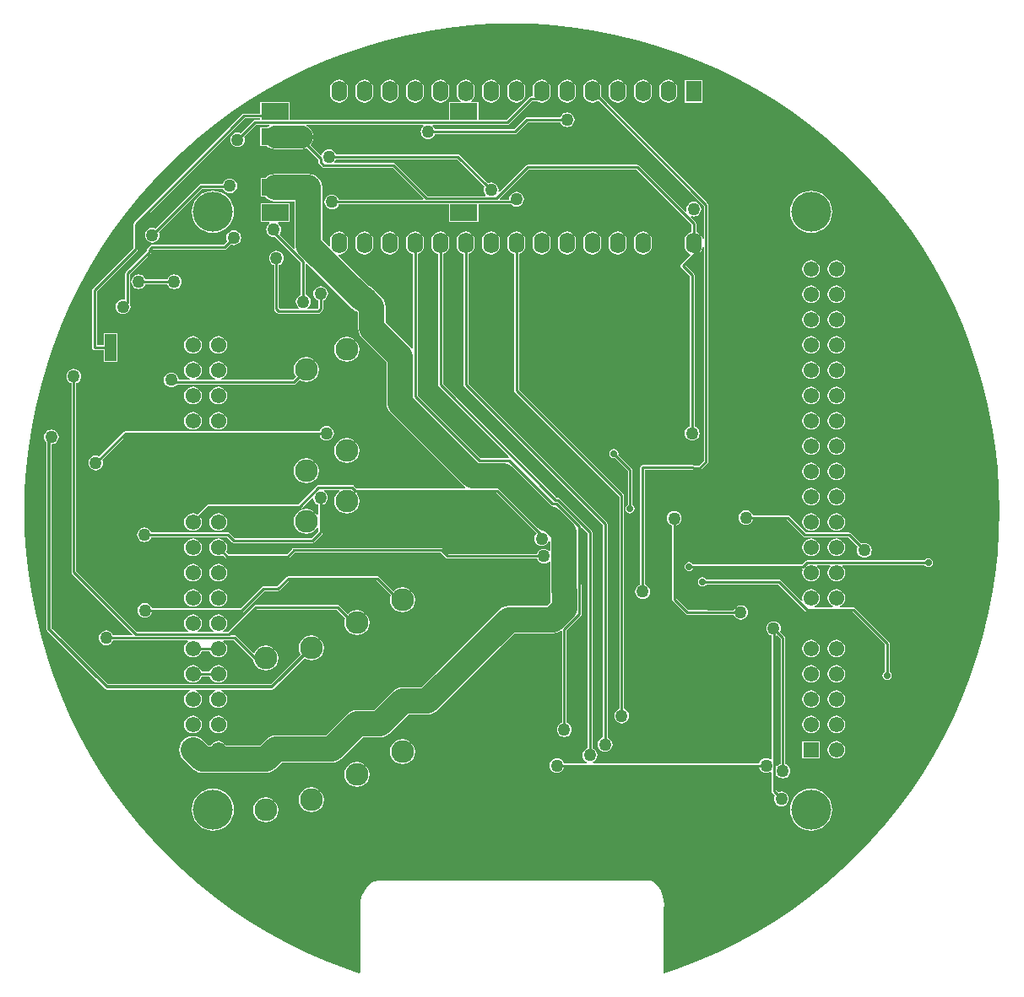
<source format=gbl>
G04 Layer_Physical_Order=2*
G04 Layer_Color=11436288*
%FSLAX24Y24*%
%MOIN*%
G70*
G01*
G75*
%ADD13R,0.0472X0.1063*%
%ADD19C,0.0100*%
%ADD21C,0.0118*%
%ADD23C,0.0886*%
%ADD29C,0.1575*%
%ADD30C,0.0610*%
%ADD31R,0.0610X0.0610*%
%ADD32C,0.0900*%
%ADD33R,0.0900X0.0900*%
%ADD34O,0.0630X0.0827*%
%ADD35R,0.0630X0.0827*%
%ADD36C,0.0500*%
%ADD37C,0.0276*%
%ADD38R,0.1098X0.0650*%
%ADD39C,0.1000*%
G36*
X24462Y42855D02*
X25300Y42800D01*
X26135Y42709D01*
X26965Y42581D01*
X27789Y42417D01*
X28605Y42218D01*
X29411Y41983D01*
X30206Y41713D01*
X30989Y41408D01*
X31758Y41070D01*
X32511Y40698D01*
X33248Y40294D01*
X33966Y39859D01*
X34664Y39392D01*
X35342Y38895D01*
X35997Y38370D01*
X36628Y37816D01*
X37235Y37235D01*
X37816Y36628D01*
X38370Y35997D01*
X38895Y35342D01*
X39392Y34664D01*
X39859Y33966D01*
X40294Y33248D01*
X40698Y32511D01*
X41070Y31758D01*
X41408Y30989D01*
X41713Y30206D01*
X41983Y29411D01*
X42218Y28605D01*
X42417Y27789D01*
X42581Y26965D01*
X42709Y26135D01*
X42800Y25300D01*
X42855Y24462D01*
X42873Y23629D01*
X42872Y23622D01*
X42873Y23615D01*
X42855Y22782D01*
X42800Y21944D01*
X42709Y21109D01*
X42581Y20279D01*
X42417Y19455D01*
X42218Y18639D01*
X41983Y17833D01*
X41713Y17038D01*
X41408Y16255D01*
X41070Y15486D01*
X40698Y14733D01*
X40294Y13996D01*
X39859Y13278D01*
X39392Y12580D01*
X38895Y11902D01*
X38370Y11247D01*
X37816Y10616D01*
X37235Y10009D01*
X36628Y9428D01*
X35997Y8874D01*
X35342Y8349D01*
X34664Y7852D01*
X33966Y7385D01*
X33248Y6950D01*
X32511Y6546D01*
X31758Y6174D01*
X30989Y5836D01*
X30206Y5531D01*
X29649Y5342D01*
X29608Y5371D01*
Y7970D01*
X29624Y7994D01*
X29632Y8032D01*
X29634D01*
X29618Y8228D01*
X29573Y8418D01*
X29497Y8600D01*
X29395Y8767D01*
X29268Y8916D01*
X29267Y8915D01*
X29198Y8968D01*
X29119Y9001D01*
X29033Y9012D01*
Y9011D01*
X28995Y9004D01*
X28975Y8991D01*
X18309D01*
X18309Y8993D01*
Y8993D01*
X18193Y8978D01*
X18086Y8933D01*
X17993Y8862D01*
X17993Y8862D01*
X17866Y8713D01*
X17763Y8545D01*
X17688Y8364D01*
X17642Y8173D01*
X17627Y7978D01*
X17629D01*
Y5374D01*
X17588Y5345D01*
X17038Y5531D01*
X16255Y5836D01*
X15486Y6174D01*
X14733Y6546D01*
X13996Y6950D01*
X13278Y7385D01*
X12580Y7852D01*
X11902Y8349D01*
X11247Y8874D01*
X10616Y9428D01*
X10009Y10009D01*
X9428Y10616D01*
X8874Y11247D01*
X8349Y11902D01*
X7852Y12580D01*
X7385Y13278D01*
X6950Y13996D01*
X6546Y14733D01*
X6174Y15486D01*
X5836Y16255D01*
X5531Y17038D01*
X5262Y17833D01*
X5026Y18639D01*
X4827Y19455D01*
X4663Y20279D01*
X4535Y21109D01*
X4444Y21944D01*
X4389Y22782D01*
X4370Y23622D01*
X4389Y24462D01*
X4444Y25300D01*
X4535Y26135D01*
X4663Y26965D01*
X4827Y27789D01*
X5026Y28605D01*
X5262Y29411D01*
X5531Y30206D01*
X5836Y30989D01*
X6174Y31758D01*
X6546Y32511D01*
X6950Y33248D01*
X7385Y33966D01*
X7852Y34664D01*
X8349Y35342D01*
X8874Y35997D01*
X9428Y36628D01*
X10009Y37235D01*
X10616Y37816D01*
X11247Y38370D01*
X11902Y38895D01*
X12580Y39392D01*
X13278Y39859D01*
X13996Y40294D01*
X14733Y40698D01*
X15486Y41070D01*
X16255Y41408D01*
X17038Y41713D01*
X17833Y41983D01*
X18639Y42218D01*
X19455Y42417D01*
X20279Y42581D01*
X21109Y42709D01*
X21944Y42800D01*
X22782Y42855D01*
X23622Y42874D01*
X24462Y42855D01*
D02*
G37*
%LPC*%
G36*
X11024Y22521D02*
X10934Y22509D01*
X10850Y22474D01*
X10778Y22419D01*
X10723Y22347D01*
X10688Y22263D01*
X10676Y22173D01*
X10688Y22083D01*
X10723Y21999D01*
X10778Y21928D01*
X10850Y21872D01*
X10934Y21838D01*
X11024Y21826D01*
X11114Y21838D01*
X11197Y21872D01*
X11269Y21928D01*
X11325Y21999D01*
X11359Y22083D01*
X11371Y22173D01*
X11359Y22263D01*
X11325Y22347D01*
X11269Y22419D01*
X11197Y22474D01*
X11114Y22509D01*
X11024Y22521D01*
D02*
G37*
G36*
X32864Y23638D02*
X32789Y23628D01*
X32718Y23599D01*
X32658Y23553D01*
X32611Y23492D01*
X32582Y23422D01*
X32572Y23346D01*
X32582Y23271D01*
X32611Y23201D01*
X32658Y23140D01*
X32718Y23094D01*
X32789Y23065D01*
X32864Y23055D01*
X32940Y23065D01*
X33010Y23094D01*
X33071Y23140D01*
X33117Y23201D01*
X33140Y23255D01*
X34470D01*
X35123Y22603D01*
X35123D01*
Y22603D01*
X35137Y22593D01*
X35152Y22583D01*
X35152D01*
X35152Y22583D01*
X35178Y22578D01*
X35187Y22576D01*
X36891D01*
X37280Y22187D01*
X37257Y22133D01*
X37248Y22057D01*
X37257Y21982D01*
X37287Y21911D01*
X37333Y21851D01*
X37393Y21804D01*
X37464Y21775D01*
X37539Y21765D01*
X37615Y21775D01*
X37685Y21804D01*
X37746Y21851D01*
X37792Y21911D01*
X37821Y21982D01*
X37831Y22057D01*
X37821Y22133D01*
X37792Y22203D01*
X37746Y22263D01*
X37685Y22310D01*
X37615Y22339D01*
X37539Y22349D01*
X37464Y22339D01*
X37409Y22316D01*
X36994Y22732D01*
X36964Y22752D01*
X36929Y22758D01*
X35225D01*
X34572Y23411D01*
X34572D01*
Y23411D01*
X34558Y23421D01*
X34543Y23431D01*
X34543D01*
X34543Y23431D01*
X34517Y23436D01*
X34508Y23438D01*
X33140D01*
X33117Y23492D01*
X33071Y23553D01*
X33010Y23599D01*
X32940Y23628D01*
X32864Y23638D01*
D02*
G37*
G36*
X40062Y21748D02*
X39993Y21735D01*
X39934Y21695D01*
X39910Y21659D01*
X35270D01*
X35235Y21652D01*
X35225Y21645D01*
X35205Y21632D01*
X35082Y21508D01*
X30772D01*
X30748Y21545D01*
X30689Y21584D01*
X30620Y21598D01*
X30551Y21584D01*
X30492Y21545D01*
X30453Y21486D01*
X30439Y21417D01*
X30453Y21348D01*
X30492Y21290D01*
X30551Y21250D01*
X30620Y21237D01*
X30689Y21250D01*
X30748Y21290D01*
X30772Y21326D01*
X35069D01*
X35103Y21276D01*
X35097Y21263D01*
X35086Y21173D01*
X35097Y21083D01*
X35132Y20999D01*
X35187Y20928D01*
X35259Y20872D01*
X35343Y20838D01*
X35433Y20826D01*
X35523Y20838D01*
X35607Y20872D01*
X35679Y20928D01*
X35734Y20999D01*
X35769Y21083D01*
X35781Y21173D01*
X35769Y21263D01*
X35734Y21347D01*
X35679Y21419D01*
X35669Y21427D01*
X35686Y21477D01*
X36180D01*
X36197Y21427D01*
X36187Y21419D01*
X36132Y21347D01*
X36097Y21263D01*
X36086Y21173D01*
X36097Y21083D01*
X36132Y20999D01*
X36187Y20928D01*
X36259Y20872D01*
X36343Y20838D01*
X36433Y20826D01*
X36523Y20838D01*
X36607Y20872D01*
X36679Y20928D01*
X36734Y20999D01*
X36769Y21083D01*
X36781Y21173D01*
X36769Y21263D01*
X36734Y21347D01*
X36679Y21419D01*
X36669Y21427D01*
X36686Y21477D01*
X39910D01*
X39934Y21440D01*
X39993Y21401D01*
X40062Y21387D01*
X40131Y21401D01*
X40190Y21440D01*
X40229Y21499D01*
X40242Y21568D01*
X40229Y21637D01*
X40190Y21695D01*
X40131Y21735D01*
X40062Y21748D01*
D02*
G37*
G36*
X12024Y23521D02*
X11934Y23509D01*
X11850Y23474D01*
X11778Y23419D01*
X11723Y23347D01*
X11688Y23263D01*
X11676Y23173D01*
X11688Y23083D01*
X11723Y22999D01*
X11778Y22928D01*
X11850Y22872D01*
X11934Y22838D01*
X12024Y22826D01*
X12114Y22838D01*
X12197Y22872D01*
X12269Y22928D01*
X12325Y22999D01*
X12359Y23083D01*
X12371Y23173D01*
X12359Y23263D01*
X12325Y23347D01*
X12269Y23419D01*
X12197Y23474D01*
X12114Y23509D01*
X12024Y23521D01*
D02*
G37*
G36*
X36433Y22521D02*
X36343Y22509D01*
X36259Y22474D01*
X36187Y22419D01*
X36132Y22347D01*
X36097Y22263D01*
X36086Y22173D01*
X36097Y22083D01*
X36132Y21999D01*
X36187Y21928D01*
X36259Y21872D01*
X36343Y21838D01*
X36433Y21826D01*
X36523Y21838D01*
X36607Y21872D01*
X36679Y21928D01*
X36734Y21999D01*
X36769Y22083D01*
X36781Y22173D01*
X36769Y22263D01*
X36734Y22347D01*
X36679Y22419D01*
X36607Y22474D01*
X36523Y22509D01*
X36433Y22521D01*
D02*
G37*
G36*
X35433D02*
X35343Y22509D01*
X35259Y22474D01*
X35187Y22419D01*
X35132Y22347D01*
X35097Y22263D01*
X35086Y22173D01*
X35097Y22083D01*
X35132Y21999D01*
X35187Y21928D01*
X35259Y21872D01*
X35343Y21838D01*
X35433Y21826D01*
X35523Y21838D01*
X35607Y21872D01*
X35679Y21928D01*
X35734Y21999D01*
X35769Y22083D01*
X35781Y22173D01*
X35769Y22263D01*
X35734Y22347D01*
X35679Y22419D01*
X35607Y22474D01*
X35523Y22509D01*
X35433Y22521D01*
D02*
G37*
G36*
X11024Y20521D02*
X10934Y20509D01*
X10850Y20474D01*
X10778Y20419D01*
X10723Y20347D01*
X10688Y20263D01*
X10676Y20173D01*
X10688Y20083D01*
X10723Y19999D01*
X10778Y19928D01*
X10850Y19872D01*
X10934Y19838D01*
X11024Y19826D01*
X11114Y19838D01*
X11197Y19872D01*
X11269Y19928D01*
X11325Y19999D01*
X11359Y20083D01*
X11371Y20173D01*
X11359Y20263D01*
X11325Y20347D01*
X11269Y20419D01*
X11197Y20474D01*
X11114Y20509D01*
X11024Y20521D01*
D02*
G37*
G36*
X18297Y21036D02*
X14793D01*
X14758Y21029D01*
X14729Y21009D01*
X14352Y20632D01*
X13809D01*
X13774Y20626D01*
X13745Y20606D01*
X12910Y19771D01*
X9405D01*
X9383Y19826D01*
X9336Y19886D01*
X9276Y19933D01*
X9206Y19962D01*
X9130Y19972D01*
X9054Y19962D01*
X8984Y19933D01*
X8924Y19886D01*
X8877Y19826D01*
X8848Y19756D01*
X8838Y19680D01*
X8848Y19604D01*
X8877Y19534D01*
X8924Y19474D01*
X8984Y19427D01*
X9054Y19398D01*
X9130Y19388D01*
X9206Y19398D01*
X9276Y19427D01*
X9336Y19474D01*
X9383Y19534D01*
X9405Y19589D01*
X12948D01*
X12983Y19596D01*
X13012Y19616D01*
X13847Y20450D01*
X14390D01*
X14425Y20457D01*
X14454Y20477D01*
X14831Y20854D01*
X18260D01*
X18841Y20272D01*
X18823Y20228D01*
X18806Y20100D01*
X18823Y19972D01*
X18873Y19853D01*
X18951Y19751D01*
X19053Y19673D01*
X19172Y19623D01*
X19300Y19606D01*
X19428Y19623D01*
X19547Y19673D01*
X19649Y19751D01*
X19727Y19853D01*
X19777Y19972D01*
X19794Y20100D01*
X19777Y20228D01*
X19727Y20347D01*
X19649Y20449D01*
X19547Y20527D01*
X19428Y20577D01*
X19300Y20594D01*
X19172Y20577D01*
X19053Y20527D01*
X18951Y20449D01*
X18924Y20447D01*
X18362Y21009D01*
X18332Y21029D01*
X18297Y21036D01*
D02*
G37*
G36*
X30030Y23609D02*
X29954Y23599D01*
X29884Y23570D01*
X29823Y23523D01*
X29777Y23463D01*
X29748Y23392D01*
X29738Y23317D01*
X29748Y23241D01*
X29777Y23171D01*
X29823Y23111D01*
X29884Y23064D01*
X29938Y23041D01*
Y20118D01*
Y20118D01*
Y20118D01*
X29942Y20101D01*
X29945Y20083D01*
X29945Y20083D01*
Y20083D01*
X29965Y20054D01*
X30477Y19542D01*
X30506Y19522D01*
X30530Y19517D01*
X30541Y19515D01*
X32382D01*
X32405Y19460D01*
X32451Y19400D01*
X32512Y19354D01*
X32582Y19324D01*
X32657Y19314D01*
X32733Y19324D01*
X32803Y19354D01*
X32864Y19400D01*
X32910Y19460D01*
X32939Y19531D01*
X32949Y19606D01*
X32939Y19682D01*
X32910Y19752D01*
X32864Y19813D01*
X32803Y19859D01*
X32733Y19888D01*
X32657Y19898D01*
X32582Y19888D01*
X32512Y19859D01*
X32451Y19813D01*
X32405Y19752D01*
X32382Y19697D01*
X30579D01*
X30121Y20156D01*
Y23041D01*
X30175Y23064D01*
X30236Y23111D01*
X30282Y23171D01*
X30311Y23241D01*
X30321Y23317D01*
X30311Y23392D01*
X30282Y23463D01*
X30236Y23523D01*
X30175Y23570D01*
X30105Y23599D01*
X30030Y23609D01*
D02*
G37*
G36*
X12024Y21521D02*
X11934Y21509D01*
X11850Y21474D01*
X11778Y21419D01*
X11723Y21347D01*
X11688Y21263D01*
X11676Y21173D01*
X11688Y21083D01*
X11723Y20999D01*
X11778Y20928D01*
X11850Y20872D01*
X11934Y20838D01*
X12024Y20826D01*
X12114Y20838D01*
X12197Y20872D01*
X12269Y20928D01*
X12325Y20999D01*
X12359Y21083D01*
X12371Y21173D01*
X12359Y21263D01*
X12325Y21347D01*
X12269Y21419D01*
X12197Y21474D01*
X12114Y21509D01*
X12024Y21521D01*
D02*
G37*
G36*
X11024D02*
X10934Y21509D01*
X10850Y21474D01*
X10778Y21419D01*
X10723Y21347D01*
X10688Y21263D01*
X10676Y21173D01*
X10688Y21083D01*
X10723Y20999D01*
X10778Y20928D01*
X10850Y20872D01*
X10934Y20838D01*
X11024Y20826D01*
X11114Y20838D01*
X11197Y20872D01*
X11269Y20928D01*
X11325Y20999D01*
X11359Y21083D01*
X11371Y21173D01*
X11359Y21263D01*
X11325Y21347D01*
X11269Y21419D01*
X11197Y21474D01*
X11114Y21509D01*
X11024Y21521D01*
D02*
G37*
G36*
X12024Y20521D02*
X11934Y20509D01*
X11850Y20474D01*
X11778Y20419D01*
X11723Y20347D01*
X11688Y20263D01*
X11676Y20173D01*
X11688Y20083D01*
X11723Y19999D01*
X11778Y19928D01*
X11850Y19872D01*
X11934Y19838D01*
X12024Y19826D01*
X12114Y19838D01*
X12197Y19872D01*
X12269Y19928D01*
X12325Y19999D01*
X12359Y20083D01*
X12371Y20173D01*
X12359Y20263D01*
X12325Y20347D01*
X12269Y20419D01*
X12197Y20474D01*
X12114Y20509D01*
X12024Y20521D01*
D02*
G37*
G36*
X17100Y26494D02*
X16972Y26477D01*
X16853Y26427D01*
X16751Y26349D01*
X16673Y26247D01*
X16623Y26128D01*
X16606Y26000D01*
X16623Y25872D01*
X16673Y25753D01*
X16751Y25651D01*
X16853Y25573D01*
X16972Y25523D01*
X17100Y25506D01*
X17228Y25523D01*
X17347Y25573D01*
X17449Y25651D01*
X17527Y25753D01*
X17577Y25872D01*
X17594Y26000D01*
X17577Y26128D01*
X17527Y26247D01*
X17449Y26349D01*
X17347Y26427D01*
X17228Y26477D01*
X17100Y26494D01*
D02*
G37*
G36*
X36433Y25521D02*
X36343Y25509D01*
X36259Y25474D01*
X36187Y25419D01*
X36132Y25347D01*
X36097Y25263D01*
X36086Y25173D01*
X36097Y25083D01*
X36132Y24999D01*
X36187Y24928D01*
X36259Y24872D01*
X36343Y24838D01*
X36433Y24826D01*
X36523Y24838D01*
X36607Y24872D01*
X36679Y24928D01*
X36734Y24999D01*
X36769Y25083D01*
X36781Y25173D01*
X36769Y25263D01*
X36734Y25347D01*
X36679Y25419D01*
X36607Y25474D01*
X36523Y25509D01*
X36433Y25521D01*
D02*
G37*
G36*
X35433D02*
X35343Y25509D01*
X35259Y25474D01*
X35187Y25419D01*
X35132Y25347D01*
X35097Y25263D01*
X35086Y25173D01*
X35097Y25083D01*
X35132Y24999D01*
X35187Y24928D01*
X35259Y24872D01*
X35343Y24838D01*
X35433Y24826D01*
X35523Y24838D01*
X35607Y24872D01*
X35679Y24928D01*
X35734Y24999D01*
X35769Y25083D01*
X35781Y25173D01*
X35769Y25263D01*
X35734Y25347D01*
X35679Y25419D01*
X35607Y25474D01*
X35523Y25509D01*
X35433Y25521D01*
D02*
G37*
G36*
X16300Y26972D02*
X16224Y26962D01*
X16154Y26933D01*
X16094Y26886D01*
X16047Y26826D01*
X16025Y26771D01*
X8360D01*
X8325Y26764D01*
X8296Y26744D01*
X7320Y25769D01*
X7266Y25792D01*
X7190Y25802D01*
X7114Y25792D01*
X7044Y25763D01*
X6984Y25716D01*
X6937Y25656D01*
X6908Y25586D01*
X6898Y25510D01*
X6908Y25434D01*
X6937Y25364D01*
X6984Y25304D01*
X7044Y25257D01*
X7114Y25228D01*
X7190Y25218D01*
X7266Y25228D01*
X7336Y25257D01*
X7396Y25304D01*
X7443Y25364D01*
X7472Y25434D01*
X7482Y25510D01*
X7472Y25586D01*
X7449Y25640D01*
X8398Y26589D01*
X16025D01*
X16047Y26534D01*
X16094Y26474D01*
X16154Y26427D01*
X16224Y26398D01*
X16300Y26388D01*
X16376Y26398D01*
X16446Y26427D01*
X16506Y26474D01*
X16553Y26534D01*
X16582Y26604D01*
X16592Y26680D01*
X16582Y26756D01*
X16553Y26826D01*
X16506Y26886D01*
X16446Y26933D01*
X16376Y26962D01*
X16300Y26972D01*
D02*
G37*
G36*
X36433Y26521D02*
X36343Y26509D01*
X36259Y26474D01*
X36187Y26419D01*
X36132Y26347D01*
X36097Y26263D01*
X36086Y26173D01*
X36097Y26083D01*
X36132Y25999D01*
X36187Y25928D01*
X36259Y25872D01*
X36343Y25838D01*
X36433Y25826D01*
X36523Y25838D01*
X36607Y25872D01*
X36679Y25928D01*
X36734Y25999D01*
X36769Y26083D01*
X36781Y26173D01*
X36769Y26263D01*
X36734Y26347D01*
X36679Y26419D01*
X36607Y26474D01*
X36523Y26509D01*
X36433Y26521D01*
D02*
G37*
G36*
X35433D02*
X35343Y26509D01*
X35259Y26474D01*
X35187Y26419D01*
X35132Y26347D01*
X35097Y26263D01*
X35086Y26173D01*
X35097Y26083D01*
X35132Y25999D01*
X35187Y25928D01*
X35259Y25872D01*
X35343Y25838D01*
X35433Y25826D01*
X35523Y25838D01*
X35607Y25872D01*
X35679Y25928D01*
X35734Y25999D01*
X35769Y26083D01*
X35781Y26173D01*
X35769Y26263D01*
X35734Y26347D01*
X35679Y26419D01*
X35607Y26474D01*
X35523Y26509D01*
X35433Y26521D01*
D02*
G37*
G36*
X27648Y26066D02*
X27579Y26053D01*
X27520Y26014D01*
X27481Y25955D01*
X27467Y25886D01*
X27481Y25817D01*
X27520Y25758D01*
X27579Y25719D01*
X27648Y25705D01*
X27691Y25714D01*
X28196Y25208D01*
Y23853D01*
X28160Y23829D01*
X28121Y23770D01*
X28107Y23701D01*
X28121Y23632D01*
X28160Y23573D01*
X28218Y23534D01*
X28287Y23520D01*
X28357Y23534D01*
X28415Y23573D01*
X28454Y23632D01*
X28468Y23701D01*
X28454Y23770D01*
X28415Y23829D01*
X28379Y23853D01*
Y25246D01*
X28372Y25281D01*
X28352Y25310D01*
X27820Y25843D01*
X27828Y25886D01*
X27815Y25955D01*
X27775Y26014D01*
X27717Y26053D01*
X27648Y26066D01*
D02*
G37*
G36*
X36433Y23521D02*
X36343Y23509D01*
X36259Y23474D01*
X36187Y23419D01*
X36132Y23347D01*
X36097Y23263D01*
X36086Y23173D01*
X36097Y23083D01*
X36132Y22999D01*
X36187Y22928D01*
X36259Y22872D01*
X36343Y22838D01*
X36433Y22826D01*
X36523Y22838D01*
X36607Y22872D01*
X36679Y22928D01*
X36734Y22999D01*
X36769Y23083D01*
X36781Y23173D01*
X36769Y23263D01*
X36734Y23347D01*
X36679Y23419D01*
X36607Y23474D01*
X36523Y23509D01*
X36433Y23521D01*
D02*
G37*
G36*
X35433D02*
X35343Y23509D01*
X35259Y23474D01*
X35187Y23419D01*
X35132Y23347D01*
X35097Y23263D01*
X35086Y23173D01*
X35097Y23083D01*
X35132Y22999D01*
X35187Y22928D01*
X35259Y22872D01*
X35343Y22838D01*
X35433Y22826D01*
X35523Y22838D01*
X35607Y22872D01*
X35679Y22928D01*
X35734Y22999D01*
X35769Y23083D01*
X35781Y23173D01*
X35769Y23263D01*
X35734Y23347D01*
X35679Y23419D01*
X35607Y23474D01*
X35523Y23509D01*
X35433Y23521D01*
D02*
G37*
G36*
X15500Y25694D02*
X15372Y25677D01*
X15253Y25627D01*
X15151Y25549D01*
X15073Y25447D01*
X15023Y25328D01*
X15006Y25200D01*
X15023Y25072D01*
X15073Y24953D01*
X15151Y24851D01*
X15253Y24773D01*
X15372Y24723D01*
X15500Y24706D01*
X15628Y24723D01*
X15747Y24773D01*
X15849Y24851D01*
X15927Y24953D01*
X15977Y25072D01*
X15994Y25200D01*
X15977Y25328D01*
X15927Y25447D01*
X15849Y25549D01*
X15747Y25627D01*
X15628Y25677D01*
X15500Y25694D01*
D02*
G37*
G36*
X36433Y24521D02*
X36343Y24509D01*
X36259Y24474D01*
X36187Y24419D01*
X36132Y24347D01*
X36097Y24263D01*
X36086Y24173D01*
X36097Y24083D01*
X36132Y23999D01*
X36187Y23928D01*
X36259Y23872D01*
X36343Y23838D01*
X36433Y23826D01*
X36523Y23838D01*
X36607Y23872D01*
X36679Y23928D01*
X36734Y23999D01*
X36769Y24083D01*
X36781Y24173D01*
X36769Y24263D01*
X36734Y24347D01*
X36679Y24419D01*
X36607Y24474D01*
X36523Y24509D01*
X36433Y24521D01*
D02*
G37*
G36*
X35433D02*
X35343Y24509D01*
X35259Y24474D01*
X35187Y24419D01*
X35132Y24347D01*
X35097Y24263D01*
X35086Y24173D01*
X35097Y24083D01*
X35132Y23999D01*
X35187Y23928D01*
X35259Y23872D01*
X35343Y23838D01*
X35433Y23826D01*
X35523Y23838D01*
X35607Y23872D01*
X35679Y23928D01*
X35734Y23999D01*
X35769Y24083D01*
X35781Y24173D01*
X35769Y24263D01*
X35734Y24347D01*
X35679Y24419D01*
X35607Y24474D01*
X35523Y24509D01*
X35433Y24521D01*
D02*
G37*
G36*
X21800Y34656D02*
X21707Y34644D01*
X21621Y34608D01*
X21547Y34551D01*
X21490Y34477D01*
X21455Y34391D01*
X21443Y34298D01*
Y34102D01*
X21455Y34009D01*
X21490Y33923D01*
X21547Y33849D01*
X21621Y33792D01*
X21707Y33756D01*
X21709Y33756D01*
Y28613D01*
X21716Y28579D01*
X21736Y28549D01*
X27212Y23073D01*
Y14655D01*
X27157Y14633D01*
X27097Y14586D01*
X27050Y14526D01*
X27021Y14455D01*
X27011Y14380D01*
X27021Y14304D01*
X27050Y14234D01*
X27097Y14174D01*
X27157Y14127D01*
X27228Y14098D01*
X27303Y14088D01*
X27379Y14098D01*
X27449Y14127D01*
X27510Y14174D01*
X27556Y14234D01*
X27585Y14304D01*
X27595Y14380D01*
X27585Y14455D01*
X27556Y14526D01*
X27510Y14586D01*
X27449Y14633D01*
X27394Y14655D01*
Y23110D01*
X27387Y23145D01*
X27381Y23155D01*
X27368Y23175D01*
X21891Y28651D01*
Y33756D01*
X21892Y33756D01*
X21979Y33792D01*
X22053Y33849D01*
X22110Y33923D01*
X22145Y34009D01*
X22157Y34102D01*
Y34298D01*
X22145Y34391D01*
X22110Y34477D01*
X22053Y34551D01*
X21979Y34608D01*
X21892Y34644D01*
X21800Y34656D01*
D02*
G37*
G36*
X35778Y14518D02*
X35089D01*
Y13829D01*
X35778D01*
Y14518D01*
D02*
G37*
G36*
X36433Y14521D02*
X36343Y14509D01*
X36259Y14474D01*
X36187Y14419D01*
X36132Y14347D01*
X36097Y14263D01*
X36086Y14173D01*
X36097Y14083D01*
X36132Y13999D01*
X36187Y13928D01*
X36259Y13872D01*
X36343Y13838D01*
X36433Y13826D01*
X36523Y13838D01*
X36607Y13872D01*
X36679Y13928D01*
X36734Y13999D01*
X36769Y14083D01*
X36781Y14173D01*
X36769Y14263D01*
X36734Y14347D01*
X36679Y14419D01*
X36607Y14474D01*
X36523Y14509D01*
X36433Y14521D01*
D02*
G37*
G36*
X35433Y15521D02*
X35343Y15509D01*
X35259Y15474D01*
X35187Y15419D01*
X35132Y15347D01*
X35097Y15263D01*
X35086Y15173D01*
X35097Y15083D01*
X35132Y14999D01*
X35187Y14928D01*
X35259Y14872D01*
X35343Y14838D01*
X35433Y14826D01*
X35523Y14838D01*
X35607Y14872D01*
X35679Y14928D01*
X35734Y14999D01*
X35769Y15083D01*
X35781Y15173D01*
X35769Y15263D01*
X35734Y15347D01*
X35679Y15419D01*
X35607Y15474D01*
X35523Y15509D01*
X35433Y15521D01*
D02*
G37*
G36*
X12024D02*
X11934Y15509D01*
X11850Y15474D01*
X11778Y15419D01*
X11723Y15347D01*
X11688Y15263D01*
X11676Y15173D01*
X11688Y15083D01*
X11723Y14999D01*
X11778Y14928D01*
X11850Y14872D01*
X11934Y14838D01*
X12024Y14826D01*
X12114Y14838D01*
X12197Y14872D01*
X12269Y14928D01*
X12325Y14999D01*
X12359Y15083D01*
X12371Y15173D01*
X12359Y15263D01*
X12325Y15347D01*
X12269Y15419D01*
X12197Y15474D01*
X12114Y15509D01*
X12024Y15521D01*
D02*
G37*
G36*
X11024D02*
X10934Y15509D01*
X10850Y15474D01*
X10778Y15419D01*
X10723Y15347D01*
X10688Y15263D01*
X10676Y15173D01*
X10688Y15083D01*
X10723Y14999D01*
X10778Y14928D01*
X10850Y14872D01*
X10934Y14838D01*
X11024Y14826D01*
X11114Y14838D01*
X11197Y14872D01*
X11269Y14928D01*
X11325Y14999D01*
X11359Y15083D01*
X11371Y15173D01*
X11359Y15263D01*
X11325Y15347D01*
X11269Y15419D01*
X11197Y15474D01*
X11114Y15509D01*
X11024Y15521D01*
D02*
G37*
G36*
X13900Y12294D02*
X13772Y12277D01*
X13653Y12227D01*
X13551Y12149D01*
X13473Y12047D01*
X13423Y11928D01*
X13406Y11800D01*
X13423Y11672D01*
X13473Y11553D01*
X13551Y11451D01*
X13653Y11373D01*
X13772Y11323D01*
X13900Y11306D01*
X14028Y11323D01*
X14147Y11373D01*
X14249Y11451D01*
X14327Y11553D01*
X14377Y11672D01*
X14394Y11800D01*
X14377Y11928D01*
X14327Y12047D01*
X14249Y12149D01*
X14147Y12227D01*
X14028Y12277D01*
X13900Y12294D01*
D02*
G37*
G36*
X35433Y12642D02*
X35271Y12626D01*
X35115Y12579D01*
X34972Y12502D01*
X34846Y12398D01*
X34742Y12273D01*
X34666Y12129D01*
X34618Y11973D01*
X34602Y11811D01*
X34618Y11649D01*
X34666Y11493D01*
X34742Y11349D01*
X34846Y11224D01*
X34972Y11120D01*
X35115Y11043D01*
X35271Y10996D01*
X35433Y10980D01*
X35595Y10996D01*
X35751Y11043D01*
X35895Y11120D01*
X36021Y11224D01*
X36124Y11349D01*
X36201Y11493D01*
X36248Y11649D01*
X36264Y11811D01*
X36248Y11973D01*
X36201Y12129D01*
X36124Y12273D01*
X36021Y12398D01*
X35895Y12502D01*
X35751Y12579D01*
X35595Y12626D01*
X35433Y12642D01*
D02*
G37*
G36*
X11811D02*
X11649Y12626D01*
X11493Y12579D01*
X11349Y12502D01*
X11224Y12398D01*
X11120Y12273D01*
X11043Y12129D01*
X10996Y11973D01*
X10980Y11811D01*
X10996Y11649D01*
X11043Y11493D01*
X11120Y11349D01*
X11224Y11224D01*
X11349Y11120D01*
X11493Y11043D01*
X11649Y10996D01*
X11811Y10980D01*
X11973Y10996D01*
X12129Y11043D01*
X12273Y11120D01*
X12398Y11224D01*
X12502Y11349D01*
X12579Y11493D01*
X12626Y11649D01*
X12642Y11811D01*
X12626Y11973D01*
X12579Y12129D01*
X12502Y12273D01*
X12398Y12398D01*
X12273Y12502D01*
X12129Y12579D01*
X11973Y12626D01*
X11811Y12642D01*
D02*
G37*
G36*
X19300Y14594D02*
X19172Y14577D01*
X19053Y14527D01*
X18951Y14449D01*
X18873Y14347D01*
X18823Y14228D01*
X18806Y14100D01*
X18823Y13972D01*
X18873Y13853D01*
X18951Y13751D01*
X19053Y13673D01*
X19172Y13623D01*
X19300Y13606D01*
X19428Y13623D01*
X19547Y13673D01*
X19649Y13751D01*
X19727Y13853D01*
X19777Y13972D01*
X19794Y14100D01*
X19777Y14228D01*
X19727Y14347D01*
X19649Y14449D01*
X19547Y14527D01*
X19428Y14577D01*
X19300Y14594D01*
D02*
G37*
G36*
X17500Y13694D02*
X17372Y13677D01*
X17253Y13627D01*
X17151Y13549D01*
X17073Y13447D01*
X17023Y13328D01*
X17006Y13200D01*
X17023Y13072D01*
X17073Y12953D01*
X17151Y12851D01*
X17253Y12773D01*
X17372Y12723D01*
X17500Y12706D01*
X17628Y12723D01*
X17747Y12773D01*
X17849Y12851D01*
X17927Y12953D01*
X17977Y13072D01*
X17994Y13200D01*
X17977Y13328D01*
X17927Y13447D01*
X17849Y13549D01*
X17747Y13627D01*
X17628Y13677D01*
X17500Y13694D01*
D02*
G37*
G36*
X15700Y12694D02*
X15572Y12677D01*
X15453Y12627D01*
X15351Y12549D01*
X15273Y12447D01*
X15223Y12328D01*
X15206Y12200D01*
X15223Y12072D01*
X15273Y11953D01*
X15351Y11851D01*
X15453Y11773D01*
X15572Y11723D01*
X15700Y11706D01*
X15828Y11723D01*
X15947Y11773D01*
X16049Y11851D01*
X16127Y11953D01*
X16177Y12072D01*
X16194Y12200D01*
X16177Y12328D01*
X16127Y12447D01*
X16049Y12549D01*
X15947Y12627D01*
X15828Y12677D01*
X15700Y12694D01*
D02*
G37*
G36*
X5433Y26827D02*
X5358Y26817D01*
X5287Y26788D01*
X5227Y26742D01*
X5180Y26681D01*
X5151Y26611D01*
X5141Y26535D01*
X5151Y26460D01*
X5180Y26390D01*
X5227Y26329D01*
X5254Y26308D01*
Y18937D01*
X5262Y18899D01*
X5283Y18866D01*
X7567Y16583D01*
X7599Y16561D01*
X7638Y16553D01*
X10910D01*
X10920Y16503D01*
X10850Y16474D01*
X10778Y16419D01*
X10723Y16347D01*
X10688Y16263D01*
X10676Y16173D01*
X10688Y16083D01*
X10723Y15999D01*
X10778Y15928D01*
X10850Y15872D01*
X10934Y15838D01*
X11024Y15826D01*
X11114Y15838D01*
X11197Y15872D01*
X11269Y15928D01*
X11325Y15999D01*
X11359Y16083D01*
X11371Y16173D01*
X11359Y16263D01*
X11325Y16347D01*
X11269Y16419D01*
X11197Y16474D01*
X11127Y16503D01*
X11137Y16553D01*
X11910D01*
X11920Y16503D01*
X11850Y16474D01*
X11778Y16419D01*
X11723Y16347D01*
X11688Y16263D01*
X11676Y16173D01*
X11688Y16083D01*
X11723Y15999D01*
X11778Y15928D01*
X11850Y15872D01*
X11934Y15838D01*
X12024Y15826D01*
X12114Y15838D01*
X12197Y15872D01*
X12269Y15928D01*
X12325Y15999D01*
X12359Y16083D01*
X12371Y16173D01*
X12359Y16263D01*
X12325Y16347D01*
X12269Y16419D01*
X12197Y16474D01*
X12127Y16503D01*
X12137Y16553D01*
X14154D01*
X14192Y16561D01*
X14224Y16583D01*
X15431Y17789D01*
X15453Y17773D01*
X15572Y17723D01*
X15700Y17706D01*
X15828Y17723D01*
X15947Y17773D01*
X16049Y17851D01*
X16127Y17953D01*
X16177Y18072D01*
X16194Y18200D01*
X16177Y18328D01*
X16127Y18447D01*
X16049Y18549D01*
X15947Y18627D01*
X15828Y18677D01*
X15700Y18694D01*
X15572Y18677D01*
X15453Y18627D01*
X15351Y18549D01*
X15273Y18447D01*
X15223Y18328D01*
X15206Y18200D01*
X15223Y18072D01*
X15273Y17953D01*
X15289Y17931D01*
X14112Y16754D01*
X7679D01*
X5455Y18979D01*
Y26246D01*
X5509Y26254D01*
X5579Y26283D01*
X5639Y26329D01*
X5686Y26390D01*
X5715Y26460D01*
X5725Y26535D01*
X5715Y26611D01*
X5686Y26681D01*
X5639Y26742D01*
X5579Y26788D01*
X5509Y26817D01*
X5433Y26827D01*
D02*
G37*
G36*
X12024Y17521D02*
X11934Y17509D01*
X11850Y17474D01*
X11778Y17419D01*
X11723Y17347D01*
X11688Y17264D01*
X11359D01*
X11325Y17347D01*
X11269Y17419D01*
X11197Y17474D01*
X11114Y17509D01*
X11024Y17521D01*
X10934Y17509D01*
X10850Y17474D01*
X10778Y17419D01*
X10723Y17347D01*
X10688Y17263D01*
X10676Y17173D01*
X10688Y17083D01*
X10723Y16999D01*
X10778Y16928D01*
X10850Y16872D01*
X10934Y16838D01*
X11024Y16826D01*
X11114Y16838D01*
X11197Y16872D01*
X11269Y16928D01*
X11325Y16999D01*
X11359Y17082D01*
X11688D01*
X11723Y16999D01*
X11778Y16928D01*
X11850Y16872D01*
X11934Y16838D01*
X12024Y16826D01*
X12114Y16838D01*
X12197Y16872D01*
X12269Y16928D01*
X12325Y16999D01*
X12359Y17083D01*
X12371Y17173D01*
X12359Y17263D01*
X12325Y17347D01*
X12269Y17419D01*
X12197Y17474D01*
X12114Y17509D01*
X12024Y17521D01*
D02*
G37*
G36*
X31142Y20988D02*
X31073Y20974D01*
X31014Y20935D01*
X30975Y20876D01*
X30961Y20807D01*
X30975Y20738D01*
X31014Y20679D01*
X31073Y20640D01*
X31142Y20626D01*
X31211Y20640D01*
X31269Y20679D01*
X31294Y20716D01*
X34135D01*
X35201Y19650D01*
X35231Y19630D01*
X35266Y19623D01*
X37069D01*
X38344Y18348D01*
Y17258D01*
X38307Y17234D01*
X38268Y17175D01*
X38254Y17106D01*
X38268Y17037D01*
X38307Y16979D01*
X38366Y16939D01*
X38435Y16926D01*
X38504Y16939D01*
X38563Y16979D01*
X38602Y17037D01*
X38616Y17106D01*
X38602Y17175D01*
X38563Y17234D01*
X38526Y17258D01*
Y18386D01*
X38519Y18421D01*
X38499Y18450D01*
X37171Y19779D01*
X37141Y19799D01*
X37106Y19806D01*
X36577D01*
X36567Y19856D01*
X36607Y19872D01*
X36679Y19928D01*
X36734Y19999D01*
X36769Y20083D01*
X36781Y20173D01*
X36769Y20263D01*
X36734Y20347D01*
X36679Y20419D01*
X36607Y20474D01*
X36523Y20509D01*
X36433Y20521D01*
X36343Y20509D01*
X36259Y20474D01*
X36187Y20419D01*
X36132Y20347D01*
X36097Y20263D01*
X36086Y20173D01*
X36097Y20083D01*
X36132Y19999D01*
X36187Y19928D01*
X36259Y19872D01*
X36299Y19856D01*
X36290Y19806D01*
X35577D01*
X35567Y19856D01*
X35607Y19872D01*
X35679Y19928D01*
X35734Y19999D01*
X35769Y20083D01*
X35781Y20173D01*
X35769Y20263D01*
X35734Y20347D01*
X35679Y20419D01*
X35607Y20474D01*
X35523Y20509D01*
X35433Y20521D01*
X35343Y20509D01*
X35259Y20474D01*
X35187Y20419D01*
X35132Y20347D01*
X35097Y20263D01*
X35086Y20173D01*
X35097Y20083D01*
X35098Y20082D01*
X35056Y20053D01*
X34238Y20872D01*
X34208Y20891D01*
X34173Y20898D01*
X31294D01*
X31269Y20935D01*
X31211Y20974D01*
X31142Y20988D01*
D02*
G37*
G36*
X6320Y29221D02*
X6244Y29211D01*
X6174Y29182D01*
X6114Y29136D01*
X6067Y29075D01*
X6038Y29005D01*
X6028Y28929D01*
X6038Y28854D01*
X6067Y28783D01*
X6114Y28723D01*
X6174Y28676D01*
X6229Y28654D01*
Y21190D01*
X6236Y21155D01*
X6256Y21126D01*
X8644Y18737D01*
X8625Y18691D01*
X7875D01*
X7853Y18746D01*
X7806Y18806D01*
X7746Y18853D01*
X7676Y18882D01*
X7600Y18892D01*
X7524Y18882D01*
X7454Y18853D01*
X7394Y18806D01*
X7347Y18746D01*
X7318Y18676D01*
X7308Y18600D01*
X7318Y18524D01*
X7347Y18454D01*
X7394Y18394D01*
X7454Y18347D01*
X7524Y18318D01*
X7600Y18308D01*
X7676Y18318D01*
X7746Y18347D01*
X7806Y18394D01*
X7853Y18454D01*
X7875Y18509D01*
X10813D01*
X10830Y18459D01*
X10778Y18419D01*
X10723Y18347D01*
X10688Y18263D01*
X10676Y18173D01*
X10688Y18083D01*
X10723Y17999D01*
X10778Y17928D01*
X10850Y17872D01*
X10934Y17838D01*
X11024Y17826D01*
X11114Y17838D01*
X11197Y17872D01*
X11269Y17928D01*
X11325Y17999D01*
X11359Y18082D01*
X11688D01*
X11723Y17999D01*
X11778Y17928D01*
X11850Y17872D01*
X11934Y17838D01*
X12024Y17826D01*
X12114Y17838D01*
X12197Y17872D01*
X12269Y17928D01*
X12325Y17999D01*
X12359Y18083D01*
X12371Y18173D01*
X12359Y18263D01*
X12325Y18347D01*
X12269Y18419D01*
X12217Y18459D01*
X12234Y18509D01*
X12652D01*
X13413Y17747D01*
X13423Y17672D01*
X13473Y17553D01*
X13551Y17451D01*
X13653Y17373D01*
X13772Y17323D01*
X13900Y17306D01*
X14028Y17323D01*
X14147Y17373D01*
X14249Y17451D01*
X14327Y17553D01*
X14377Y17672D01*
X14394Y17800D01*
X14377Y17928D01*
X14327Y18047D01*
X14249Y18149D01*
X14147Y18227D01*
X14028Y18277D01*
X13900Y18294D01*
X13772Y18277D01*
X13653Y18227D01*
X13551Y18149D01*
X13473Y18047D01*
X13460Y18017D01*
X13411Y18007D01*
X12754Y18664D01*
X12724Y18684D01*
X12689Y18691D01*
X12576D01*
X12557Y18737D01*
X13532Y19712D01*
X16695D01*
X17040Y19367D01*
X17023Y19328D01*
X17006Y19200D01*
X17023Y19072D01*
X17073Y18953D01*
X17151Y18851D01*
X17253Y18773D01*
X17372Y18723D01*
X17500Y18706D01*
X17628Y18723D01*
X17747Y18773D01*
X17849Y18851D01*
X17927Y18953D01*
X17977Y19072D01*
X17994Y19200D01*
X17977Y19328D01*
X17927Y19447D01*
X17849Y19549D01*
X17747Y19627D01*
X17628Y19677D01*
X17500Y19694D01*
X17372Y19677D01*
X17253Y19627D01*
X17151Y19549D01*
X17117Y19547D01*
X16797Y19868D01*
X16767Y19887D01*
X16732Y19894D01*
X13494D01*
X13459Y19887D01*
X13430Y19868D01*
X12393Y18831D01*
X12223D01*
X12209Y18881D01*
X12269Y18928D01*
X12325Y18999D01*
X12359Y19083D01*
X12371Y19173D01*
X12359Y19263D01*
X12325Y19347D01*
X12269Y19419D01*
X12197Y19474D01*
X12114Y19509D01*
X12024Y19521D01*
X11934Y19509D01*
X11850Y19474D01*
X11778Y19419D01*
X11723Y19347D01*
X11688Y19263D01*
X11676Y19173D01*
X11688Y19083D01*
X11723Y18999D01*
X11778Y18928D01*
X11838Y18881D01*
X11825Y18831D01*
X11223D01*
X11209Y18881D01*
X11269Y18928D01*
X11325Y18999D01*
X11359Y19083D01*
X11371Y19173D01*
X11359Y19263D01*
X11325Y19347D01*
X11269Y19419D01*
X11197Y19474D01*
X11114Y19509D01*
X11024Y19521D01*
X10934Y19509D01*
X10850Y19474D01*
X10778Y19419D01*
X10723Y19347D01*
X10688Y19263D01*
X10676Y19173D01*
X10688Y19083D01*
X10723Y18999D01*
X10778Y18928D01*
X10838Y18881D01*
X10825Y18831D01*
X8808D01*
X6411Y21228D01*
Y28654D01*
X6466Y28676D01*
X6526Y28723D01*
X6573Y28783D01*
X6602Y28854D01*
X6612Y28929D01*
X6602Y29005D01*
X6573Y29075D01*
X6526Y29136D01*
X6466Y29182D01*
X6396Y29211D01*
X6320Y29221D01*
D02*
G37*
G36*
X36433Y18521D02*
X36343Y18509D01*
X36259Y18474D01*
X36187Y18419D01*
X36132Y18347D01*
X36097Y18263D01*
X36086Y18173D01*
X36097Y18083D01*
X36132Y17999D01*
X36187Y17928D01*
X36259Y17872D01*
X36343Y17838D01*
X36433Y17826D01*
X36523Y17838D01*
X36607Y17872D01*
X36679Y17928D01*
X36734Y17999D01*
X36769Y18083D01*
X36781Y18173D01*
X36769Y18263D01*
X36734Y18347D01*
X36679Y18419D01*
X36607Y18474D01*
X36523Y18509D01*
X36433Y18521D01*
D02*
G37*
G36*
X35433D02*
X35343Y18509D01*
X35259Y18474D01*
X35187Y18419D01*
X35132Y18347D01*
X35097Y18263D01*
X35086Y18173D01*
X35097Y18083D01*
X35132Y17999D01*
X35187Y17928D01*
X35259Y17872D01*
X35343Y17838D01*
X35433Y17826D01*
X35523Y17838D01*
X35607Y17872D01*
X35679Y17928D01*
X35734Y17999D01*
X35769Y18083D01*
X35781Y18173D01*
X35769Y18263D01*
X35734Y18347D01*
X35679Y18419D01*
X35607Y18474D01*
X35523Y18509D01*
X35433Y18521D01*
D02*
G37*
G36*
Y16521D02*
X35343Y16509D01*
X35259Y16474D01*
X35187Y16419D01*
X35132Y16347D01*
X35097Y16263D01*
X35086Y16173D01*
X35097Y16083D01*
X35132Y15999D01*
X35187Y15928D01*
X35259Y15872D01*
X35343Y15838D01*
X35433Y15826D01*
X35523Y15838D01*
X35607Y15872D01*
X35679Y15928D01*
X35734Y15999D01*
X35769Y16083D01*
X35781Y16173D01*
X35769Y16263D01*
X35734Y16347D01*
X35679Y16419D01*
X35607Y16474D01*
X35523Y16509D01*
X35433Y16521D01*
D02*
G37*
G36*
X23800Y34656D02*
X23707Y34644D01*
X23621Y34608D01*
X23547Y34551D01*
X23490Y34477D01*
X23455Y34391D01*
X23443Y34298D01*
Y34102D01*
X23455Y34009D01*
X23490Y33923D01*
X23547Y33849D01*
X23621Y33792D01*
X23707Y33756D01*
X23709Y33756D01*
Y28375D01*
X23716Y28340D01*
X23736Y28311D01*
X27862Y24185D01*
Y15787D01*
X27807Y15765D01*
X27746Y15718D01*
X27700Y15658D01*
X27671Y15587D01*
X27661Y15512D01*
X27671Y15436D01*
X27700Y15366D01*
X27746Y15305D01*
X27807Y15259D01*
X27877Y15230D01*
X27953Y15220D01*
X28028Y15230D01*
X28099Y15259D01*
X28159Y15305D01*
X28206Y15366D01*
X28235Y15436D01*
X28245Y15512D01*
X28235Y15587D01*
X28206Y15658D01*
X28159Y15718D01*
X28099Y15765D01*
X28044Y15787D01*
Y24222D01*
X28037Y24257D01*
X28017Y24287D01*
X23891Y28413D01*
Y33756D01*
X23893Y33756D01*
X23979Y33792D01*
X24053Y33849D01*
X24110Y33923D01*
X24145Y34009D01*
X24157Y34102D01*
Y34298D01*
X24145Y34391D01*
X24110Y34477D01*
X24053Y34551D01*
X23979Y34608D01*
X23893Y34644D01*
X23800Y34656D01*
D02*
G37*
G36*
X36433Y15521D02*
X36343Y15509D01*
X36259Y15474D01*
X36187Y15419D01*
X36132Y15347D01*
X36097Y15263D01*
X36086Y15173D01*
X36097Y15083D01*
X36132Y14999D01*
X36187Y14928D01*
X36259Y14872D01*
X36343Y14838D01*
X36433Y14826D01*
X36523Y14838D01*
X36607Y14872D01*
X36679Y14928D01*
X36734Y14999D01*
X36769Y15083D01*
X36781Y15173D01*
X36769Y15263D01*
X36734Y15347D01*
X36679Y15419D01*
X36607Y15474D01*
X36523Y15509D01*
X36433Y15521D01*
D02*
G37*
G36*
Y17521D02*
X36343Y17509D01*
X36259Y17474D01*
X36187Y17419D01*
X36132Y17347D01*
X36097Y17263D01*
X36086Y17173D01*
X36097Y17083D01*
X36132Y16999D01*
X36187Y16928D01*
X36259Y16872D01*
X36343Y16838D01*
X36433Y16826D01*
X36523Y16838D01*
X36607Y16872D01*
X36679Y16928D01*
X36734Y16999D01*
X36769Y17083D01*
X36781Y17173D01*
X36769Y17263D01*
X36734Y17347D01*
X36679Y17419D01*
X36607Y17474D01*
X36523Y17509D01*
X36433Y17521D01*
D02*
G37*
G36*
X35433D02*
X35343Y17509D01*
X35259Y17474D01*
X35187Y17419D01*
X35132Y17347D01*
X35097Y17263D01*
X35086Y17173D01*
X35097Y17083D01*
X35132Y16999D01*
X35187Y16928D01*
X35259Y16872D01*
X35343Y16838D01*
X35433Y16826D01*
X35523Y16838D01*
X35607Y16872D01*
X35679Y16928D01*
X35734Y16999D01*
X35769Y17083D01*
X35781Y17173D01*
X35769Y17263D01*
X35734Y17347D01*
X35679Y17419D01*
X35607Y17474D01*
X35523Y17509D01*
X35433Y17521D01*
D02*
G37*
G36*
X36433Y16521D02*
X36343Y16509D01*
X36259Y16474D01*
X36187Y16419D01*
X36132Y16347D01*
X36097Y16263D01*
X36086Y16173D01*
X36097Y16083D01*
X36132Y15999D01*
X36187Y15928D01*
X36259Y15872D01*
X36343Y15838D01*
X36433Y15826D01*
X36523Y15838D01*
X36607Y15872D01*
X36679Y15928D01*
X36734Y15999D01*
X36769Y16083D01*
X36781Y16173D01*
X36769Y16263D01*
X36734Y16347D01*
X36679Y16419D01*
X36607Y16474D01*
X36523Y16509D01*
X36433Y16521D01*
D02*
G37*
G36*
X11024Y27521D02*
X10934Y27509D01*
X10850Y27474D01*
X10778Y27419D01*
X10723Y27347D01*
X10688Y27263D01*
X10676Y27173D01*
X10688Y27083D01*
X10723Y26999D01*
X10778Y26928D01*
X10850Y26872D01*
X10934Y26838D01*
X11024Y26826D01*
X11114Y26838D01*
X11197Y26872D01*
X11269Y26928D01*
X11325Y26999D01*
X11359Y27083D01*
X11371Y27173D01*
X11359Y27263D01*
X11325Y27347D01*
X11269Y27419D01*
X11197Y27474D01*
X11114Y27509D01*
X11024Y27521D01*
D02*
G37*
G36*
X11811Y36264D02*
X11649Y36248D01*
X11493Y36201D01*
X11349Y36124D01*
X11224Y36021D01*
X11120Y35895D01*
X11043Y35751D01*
X10996Y35595D01*
X10980Y35433D01*
X10996Y35271D01*
X11043Y35115D01*
X11120Y34972D01*
X11224Y34846D01*
X11349Y34742D01*
X11493Y34666D01*
X11649Y34618D01*
X11811Y34602D01*
X11973Y34618D01*
X12129Y34666D01*
X12273Y34742D01*
X12398Y34846D01*
X12502Y34972D01*
X12579Y35115D01*
X12626Y35271D01*
X12642Y35433D01*
X12626Y35595D01*
X12579Y35751D01*
X12502Y35895D01*
X12398Y36021D01*
X12273Y36124D01*
X12129Y36201D01*
X11973Y36248D01*
X11811Y36264D01*
D02*
G37*
G36*
X12638Y34703D02*
X12563Y34693D01*
X12492Y34664D01*
X12432Y34618D01*
X12386Y34557D01*
X12356Y34487D01*
X12347Y34411D01*
X12356Y34336D01*
X12380Y34280D01*
X12226Y34127D01*
X9400D01*
X9400Y34127D01*
X9400Y34127D01*
X9384Y34123D01*
X9365Y34120D01*
X9365Y34120D01*
X9365Y34120D01*
X9350Y34110D01*
X9335Y34100D01*
X9335Y34100D01*
X9335Y34100D01*
X9229Y33994D01*
X9219Y33978D01*
X9210Y33964D01*
X9210Y33964D01*
X9210Y33964D01*
X9206Y33948D01*
X9203Y33930D01*
Y33879D01*
X8380Y33057D01*
X8361Y33027D01*
X8354Y32992D01*
Y32012D01*
X8304Y31970D01*
X8268Y31975D01*
X8192Y31965D01*
X8122Y31936D01*
X8061Y31889D01*
X8015Y31829D01*
X7986Y31759D01*
X7976Y31683D01*
X7986Y31608D01*
X8015Y31537D01*
X8061Y31477D01*
X8122Y31430D01*
X8192Y31401D01*
X8268Y31391D01*
X8343Y31401D01*
X8414Y31430D01*
X8474Y31477D01*
X8520Y31537D01*
X8550Y31608D01*
X8560Y31683D01*
X8550Y31759D01*
X8526Y31816D01*
X8529Y31820D01*
X8536Y31855D01*
Y32954D01*
X9358Y33777D01*
X9378Y33806D01*
X9385Y33841D01*
Y33892D01*
X9437Y33944D01*
X12264D01*
X12275Y33947D01*
X12299Y33951D01*
X12328Y33971D01*
X12509Y34152D01*
X12563Y34129D01*
X12638Y34119D01*
X12714Y34129D01*
X12784Y34158D01*
X12845Y34205D01*
X12891Y34265D01*
X12920Y34336D01*
X12930Y34411D01*
X12920Y34487D01*
X12891Y34557D01*
X12845Y34618D01*
X12784Y34664D01*
X12714Y34693D01*
X12638Y34703D01*
D02*
G37*
G36*
X15587Y36938D02*
X14262D01*
X14121Y36919D01*
X13990Y36865D01*
X13877Y36778D01*
X13861Y36758D01*
X13673D01*
Y36030D01*
X13861D01*
X13877Y36009D01*
X13990Y35923D01*
X14121Y35868D01*
X14262Y35850D01*
X15043D01*
Y34107D01*
X15056Y34003D01*
X15009Y33980D01*
X14438Y34551D01*
X14463Y34584D01*
X14492Y34654D01*
X14502Y34730D01*
X14492Y34806D01*
X14463Y34876D01*
X14416Y34936D01*
X14396Y34952D01*
X14387Y35020D01*
X14394Y35030D01*
X14850D01*
Y35758D01*
X13673D01*
Y35030D01*
X14026D01*
X14033Y35020D01*
X14024Y34952D01*
X14004Y34936D01*
X13957Y34876D01*
X13928Y34806D01*
X13918Y34730D01*
X13928Y34654D01*
X13957Y34584D01*
X14004Y34524D01*
X14064Y34477D01*
X14134Y34448D01*
X14210Y34438D01*
X14283Y34448D01*
X15289Y33442D01*
Y32154D01*
X15234Y32131D01*
X15174Y32085D01*
X15127Y32025D01*
X15098Y31954D01*
X15088Y31879D01*
X15098Y31803D01*
X15127Y31733D01*
X15174Y31672D01*
X15214Y31641D01*
X15197Y31591D01*
X14458D01*
X14411Y31638D01*
Y33325D01*
X14466Y33347D01*
X14526Y33394D01*
X14573Y33454D01*
X14602Y33524D01*
X14612Y33600D01*
X14602Y33676D01*
X14573Y33746D01*
X14526Y33806D01*
X14466Y33853D01*
X14396Y33882D01*
X14320Y33892D01*
X14244Y33882D01*
X14174Y33853D01*
X14114Y33806D01*
X14067Y33746D01*
X14038Y33676D01*
X14028Y33600D01*
X14038Y33524D01*
X14067Y33454D01*
X14114Y33394D01*
X14174Y33347D01*
X14229Y33325D01*
Y31600D01*
X14236Y31565D01*
X14256Y31536D01*
X14356Y31436D01*
X14375Y31422D01*
X14385Y31416D01*
X14420Y31409D01*
X15970D01*
X16005Y31416D01*
X16034Y31436D01*
X16134Y31536D01*
X16148Y31555D01*
X16154Y31565D01*
X16161Y31600D01*
Y31925D01*
X16216Y31947D01*
X16276Y31994D01*
X16323Y32054D01*
X16352Y32124D01*
X16362Y32200D01*
X16352Y32276D01*
X16323Y32346D01*
X16276Y32406D01*
X16216Y32453D01*
X16146Y32482D01*
X16070Y32492D01*
X15994Y32482D01*
X15924Y32453D01*
X15864Y32406D01*
X15817Y32346D01*
X15788Y32276D01*
X15778Y32200D01*
X15788Y32124D01*
X15817Y32054D01*
X15864Y31994D01*
X15924Y31947D01*
X15979Y31925D01*
Y31638D01*
X15932Y31591D01*
X15563D01*
X15546Y31641D01*
X15586Y31672D01*
X15633Y31733D01*
X15662Y31803D01*
X15672Y31879D01*
X15662Y31954D01*
X15633Y32025D01*
X15586Y32085D01*
X15526Y32131D01*
X15471Y32154D01*
Y33388D01*
X15517Y33407D01*
X17319Y31605D01*
X17432Y31518D01*
X17506Y31488D01*
X17545Y31448D01*
Y30838D01*
X17564Y30697D01*
X17618Y30566D01*
X17705Y30453D01*
X18667Y29491D01*
Y27879D01*
X18685Y27738D01*
X18740Y27607D01*
X18826Y27494D01*
X21696Y24624D01*
X21779Y24560D01*
X21762Y24510D01*
X17481D01*
X17388Y24604D01*
X17358Y24624D01*
X17323Y24630D01*
X15989D01*
X15954Y24624D01*
X15944Y24617D01*
X15924Y24604D01*
X15190Y23870D01*
X11629D01*
X11594Y23863D01*
X11565Y23843D01*
X11196Y23475D01*
X11114Y23509D01*
X11024Y23521D01*
X10934Y23509D01*
X10850Y23474D01*
X10778Y23419D01*
X10723Y23347D01*
X10688Y23263D01*
X10676Y23173D01*
X10688Y23083D01*
X10723Y22999D01*
X10778Y22928D01*
X10850Y22872D01*
X10934Y22838D01*
X11024Y22826D01*
X11114Y22838D01*
X11197Y22872D01*
X11269Y22928D01*
X11325Y22999D01*
X11359Y23083D01*
X11371Y23173D01*
X11359Y23263D01*
X11325Y23346D01*
X11667Y23688D01*
X15228D01*
X15263Y23695D01*
X15292Y23714D01*
X15727Y24149D01*
X15772Y24124D01*
X15781Y24058D01*
X15810Y23988D01*
X15857Y23927D01*
X15917Y23881D01*
X15972Y23858D01*
Y23460D01*
X15922Y23454D01*
X15849Y23549D01*
X15747Y23627D01*
X15628Y23677D01*
X15500Y23694D01*
X15372Y23677D01*
X15253Y23627D01*
X15151Y23549D01*
X15073Y23447D01*
X15023Y23328D01*
X15006Y23200D01*
X15023Y23072D01*
X15073Y22953D01*
X15151Y22851D01*
X15253Y22773D01*
X15372Y22723D01*
X15500Y22706D01*
X15628Y22723D01*
X15747Y22773D01*
X15849Y22851D01*
X15922Y22946D01*
X15972Y22940D01*
Y22801D01*
X15702Y22531D01*
X12668D01*
X12464Y22734D01*
X12435Y22754D01*
X12400Y22761D01*
X9386D01*
X9364Y22816D01*
X9317Y22876D01*
X9257Y22923D01*
X9186Y22952D01*
X9111Y22962D01*
X9035Y22952D01*
X8965Y22923D01*
X8904Y22876D01*
X8858Y22816D01*
X8829Y22746D01*
X8819Y22670D01*
X8829Y22594D01*
X8858Y22524D01*
X8904Y22464D01*
X8965Y22417D01*
X9035Y22388D01*
X9111Y22378D01*
X9186Y22388D01*
X9257Y22417D01*
X9317Y22464D01*
X9364Y22524D01*
X9386Y22579D01*
X12362D01*
X12566Y22376D01*
X12595Y22356D01*
X12630Y22349D01*
X15740D01*
X15775Y22356D01*
X15804Y22376D01*
X16127Y22699D01*
X16147Y22728D01*
X16154Y22763D01*
Y23858D01*
X16209Y23881D01*
X16269Y23927D01*
X16316Y23988D01*
X16345Y24058D01*
X16355Y24134D01*
X16345Y24209D01*
X16316Y24280D01*
X16269Y24340D01*
X16209Y24387D01*
X16181Y24398D01*
X16191Y24448D01*
X16798D01*
X16815Y24398D01*
X16751Y24349D01*
X16673Y24247D01*
X16623Y24128D01*
X16606Y24000D01*
X16623Y23872D01*
X16673Y23753D01*
X16751Y23651D01*
X16853Y23573D01*
X16972Y23523D01*
X17100Y23506D01*
X17228Y23523D01*
X17347Y23573D01*
X17449Y23651D01*
X17527Y23753D01*
X17577Y23872D01*
X17594Y24000D01*
X17577Y24128D01*
X17527Y24247D01*
X17499Y24283D01*
X17522Y24328D01*
X22994D01*
X24596Y22726D01*
X24550Y22666D01*
X24521Y22595D01*
X24511Y22520D01*
X24521Y22444D01*
X24550Y22374D01*
X24597Y22313D01*
X24657Y22267D01*
X24728Y22238D01*
X24803Y22228D01*
X24879Y22238D01*
X24949Y22267D01*
X25010Y22313D01*
X25056Y22374D01*
X25077Y22425D01*
X25127Y22415D01*
Y22052D01*
X25077Y22036D01*
X25028Y22074D01*
X24957Y22103D01*
X24882Y22113D01*
X24806Y22103D01*
X24736Y22074D01*
X24676Y22027D01*
X24629Y21967D01*
X24606Y21912D01*
X21098D01*
X20890Y22120D01*
X20860Y22139D01*
X20825Y22146D01*
X15008D01*
X14973Y22139D01*
X14973Y22139D01*
X14973Y22139D01*
X14956Y22128D01*
X14943Y22120D01*
X14943Y22120D01*
X14943Y22120D01*
X14733Y21909D01*
X12416D01*
X12325Y22001D01*
X12359Y22083D01*
X12371Y22173D01*
X12359Y22263D01*
X12325Y22347D01*
X12269Y22419D01*
X12197Y22474D01*
X12114Y22509D01*
X12024Y22521D01*
X11934Y22509D01*
X11850Y22474D01*
X11778Y22419D01*
X11723Y22347D01*
X11688Y22263D01*
X11676Y22173D01*
X11688Y22083D01*
X11723Y21999D01*
X11778Y21928D01*
X11850Y21872D01*
X11934Y21838D01*
X12024Y21826D01*
X12114Y21838D01*
X12196Y21872D01*
X12314Y21754D01*
X12344Y21734D01*
X12379Y21727D01*
X14771D01*
X14771D01*
X14771D01*
X14786Y21730D01*
X14805Y21734D01*
X14805Y21734D01*
X14806Y21734D01*
X14835Y21754D01*
X15045Y21964D01*
X20788D01*
X20995Y21756D01*
X21025Y21737D01*
X21060Y21730D01*
X24606D01*
X24629Y21675D01*
X24676Y21614D01*
X24736Y21568D01*
X24806Y21539D01*
X24882Y21529D01*
X24957Y21539D01*
X25028Y21568D01*
X25077Y21606D01*
X25127Y21590D01*
Y20455D01*
X25146Y20314D01*
X25147Y20311D01*
Y20007D01*
X25003Y19863D01*
X23496D01*
X23355Y19844D01*
X23224Y19790D01*
X23112Y19704D01*
X20052Y16644D01*
X19300D01*
X19159Y16625D01*
X19028Y16571D01*
X18915Y16485D01*
X18175Y15744D01*
X17500D01*
X17359Y15725D01*
X17228Y15671D01*
X17115Y15585D01*
X16275Y14744D01*
X14300D01*
X14159Y14725D01*
X14028Y14671D01*
X13915Y14585D01*
X13675Y14344D01*
X12326D01*
X12325Y14347D01*
X12269Y14419D01*
X12197Y14474D01*
X12114Y14509D01*
X12024Y14521D01*
X11934Y14509D01*
X11850Y14474D01*
X11778Y14419D01*
X11723Y14347D01*
X11722Y14344D01*
X11622D01*
X11408Y14558D01*
X11296Y14644D01*
X11164Y14699D01*
X11024Y14717D01*
X10883Y14699D01*
X10752Y14644D01*
X10639Y14558D01*
X10552Y14445D01*
X10498Y14314D01*
X10480Y14173D01*
X10498Y14032D01*
X10552Y13901D01*
X10639Y13789D01*
X11012Y13415D01*
X11125Y13329D01*
X11256Y13275D01*
X11397Y13256D01*
X13900D01*
X14041Y13275D01*
X14172Y13329D01*
X14285Y13415D01*
X14525Y13656D01*
X16500D01*
X16641Y13675D01*
X16772Y13729D01*
X16885Y13815D01*
X17725Y14656D01*
X18400D01*
X18541Y14675D01*
X18672Y14729D01*
X18785Y14815D01*
X19525Y15556D01*
X20277D01*
X20418Y15575D01*
X20549Y15629D01*
X20662Y15715D01*
X23722Y18775D01*
X25229D01*
X25369Y18793D01*
X25501Y18848D01*
X25553Y18888D01*
X25598Y18866D01*
Y15246D01*
X25543Y15223D01*
X25483Y15177D01*
X25436Y15116D01*
X25407Y15046D01*
X25397Y14970D01*
X25407Y14895D01*
X25436Y14825D01*
X25483Y14764D01*
X25543Y14718D01*
X25613Y14689D01*
X25689Y14679D01*
X25765Y14689D01*
X25835Y14718D01*
X25895Y14764D01*
X25942Y14825D01*
X25971Y14895D01*
X25981Y14970D01*
X25971Y15046D01*
X25942Y15116D01*
X25895Y15177D01*
X25835Y15223D01*
X25780Y15246D01*
Y18908D01*
X26345Y19473D01*
X26365Y19502D01*
X26371Y19537D01*
Y20679D01*
X26365Y20714D01*
X26352Y20733D01*
Y22924D01*
X26398Y22943D01*
X26612Y22729D01*
Y14232D01*
X26557Y14209D01*
X26496Y14163D01*
X26450Y14103D01*
X26421Y14032D01*
X26411Y13957D01*
X26421Y13881D01*
X26450Y13811D01*
X26496Y13750D01*
X26557Y13704D01*
X26588Y13691D01*
X26578Y13641D01*
X25675D01*
X25653Y13696D01*
X25606Y13756D01*
X25546Y13803D01*
X25476Y13832D01*
X25400Y13842D01*
X25324Y13832D01*
X25254Y13803D01*
X25194Y13756D01*
X25147Y13696D01*
X25118Y13626D01*
X25108Y13550D01*
X25118Y13474D01*
X25147Y13404D01*
X25194Y13344D01*
X25254Y13297D01*
X25324Y13268D01*
X25400Y13258D01*
X25476Y13268D01*
X25546Y13297D01*
X25606Y13344D01*
X25653Y13404D01*
X25675Y13459D01*
X33386D01*
X33409Y13404D01*
X33455Y13344D01*
X33515Y13297D01*
X33586Y13268D01*
X33661Y13258D01*
X33737Y13268D01*
X33807Y13297D01*
X33819Y13306D01*
X33869Y13281D01*
Y12532D01*
X33876Y12498D01*
X33896Y12468D01*
X34001Y12363D01*
X33978Y12308D01*
X33968Y12232D01*
X33978Y12157D01*
X34007Y12087D01*
X34054Y12026D01*
X34114Y11980D01*
X34184Y11951D01*
X34260Y11941D01*
X34336Y11951D01*
X34406Y11980D01*
X34466Y12026D01*
X34513Y12087D01*
X34542Y12157D01*
X34552Y12232D01*
X34542Y12308D01*
X34513Y12378D01*
X34466Y12439D01*
X34406Y12485D01*
X34336Y12514D01*
X34260Y12524D01*
X34184Y12514D01*
X34130Y12492D01*
X34051Y12570D01*
Y13131D01*
X34101Y13148D01*
X34114Y13130D01*
X34175Y13084D01*
X34245Y13055D01*
X34321Y13045D01*
X34396Y13055D01*
X34467Y13084D01*
X34527Y13130D01*
X34574Y13191D01*
X34603Y13261D01*
X34613Y13337D01*
X34603Y13412D01*
X34574Y13483D01*
X34527Y13543D01*
X34467Y13589D01*
X34412Y13612D01*
Y18602D01*
X34405Y18637D01*
X34399Y18647D01*
X34385Y18667D01*
X34216Y18836D01*
X34239Y18891D01*
X34249Y18967D01*
X34239Y19042D01*
X34209Y19112D01*
X34163Y19173D01*
X34103Y19219D01*
X34032Y19248D01*
X33957Y19258D01*
X33881Y19248D01*
X33811Y19219D01*
X33750Y19173D01*
X33704Y19112D01*
X33675Y19042D01*
X33665Y18967D01*
X33675Y18891D01*
X33704Y18821D01*
X33750Y18760D01*
X33811Y18714D01*
X33869Y18690D01*
Y13819D01*
X33819Y13794D01*
X33807Y13803D01*
X33737Y13832D01*
X33661Y13842D01*
X33586Y13832D01*
X33515Y13803D01*
X33455Y13756D01*
X33409Y13696D01*
X33386Y13641D01*
X26828D01*
X26818Y13691D01*
X26849Y13704D01*
X26909Y13750D01*
X26956Y13811D01*
X26985Y13881D01*
X26995Y13957D01*
X26985Y14032D01*
X26956Y14103D01*
X26909Y14163D01*
X26849Y14209D01*
X26794Y14232D01*
Y22767D01*
X26788Y22796D01*
X26787Y22802D01*
X26767Y22831D01*
X25496Y24102D01*
X25467Y24122D01*
X25467D01*
X25467Y24122D01*
X25441Y24127D01*
X25432Y24129D01*
X25390D01*
X20891Y28628D01*
Y33756D01*
X20893Y33756D01*
X20979Y33792D01*
X21053Y33849D01*
X21110Y33923D01*
X21145Y34009D01*
X21157Y34102D01*
Y34298D01*
X21145Y34391D01*
X21110Y34477D01*
X21053Y34551D01*
X20979Y34608D01*
X20893Y34644D01*
X20800Y34656D01*
X20707Y34644D01*
X20621Y34608D01*
X20547Y34551D01*
X20490Y34477D01*
X20455Y34391D01*
X20443Y34298D01*
Y34102D01*
X20455Y34009D01*
X20490Y33923D01*
X20547Y33849D01*
X20621Y33792D01*
X20707Y33756D01*
X20709Y33756D01*
Y28590D01*
X20716Y28555D01*
X20736Y28525D01*
X23523Y25738D01*
X23501Y25689D01*
X22363D01*
X19891Y28161D01*
Y33756D01*
X19892Y33756D01*
X19979Y33792D01*
X20053Y33849D01*
X20110Y33923D01*
X20145Y34009D01*
X20157Y34102D01*
Y34298D01*
X20145Y34391D01*
X20110Y34477D01*
X20053Y34551D01*
X19979Y34608D01*
X19892Y34644D01*
X19800Y34656D01*
X19707Y34644D01*
X19621Y34608D01*
X19547Y34551D01*
X19490Y34477D01*
X19455Y34391D01*
X19443Y34298D01*
Y34102D01*
X19455Y34009D01*
X19490Y33923D01*
X19547Y33849D01*
X19621Y33792D01*
X19707Y33756D01*
X19709Y33756D01*
Y30035D01*
X19659Y30018D01*
X19595Y30101D01*
X18633Y31063D01*
Y31673D01*
X18615Y31814D01*
X18561Y31945D01*
X18474Y32058D01*
X18158Y32374D01*
X18045Y32461D01*
X17972Y32491D01*
X16764Y33698D01*
X16788Y33746D01*
X16800Y33744D01*
X16892Y33756D01*
X16979Y33792D01*
X17053Y33849D01*
X17110Y33923D01*
X17145Y34009D01*
X17157Y34102D01*
Y34298D01*
X17145Y34391D01*
X17110Y34477D01*
X17053Y34551D01*
X16979Y34608D01*
X16892Y34644D01*
X16800Y34656D01*
X16708Y34644D01*
X16621Y34608D01*
X16547Y34551D01*
X16490Y34477D01*
X16455Y34391D01*
X16443Y34298D01*
Y34102D01*
X16444Y34089D01*
X16397Y34066D01*
X16131Y34332D01*
Y36394D01*
X16112Y36535D01*
X16058Y36666D01*
X15971Y36778D01*
X15859Y36865D01*
X15727Y36919D01*
X15587Y36938D01*
D02*
G37*
G36*
X16800Y40656D02*
X16708Y40644D01*
X16621Y40608D01*
X16547Y40551D01*
X16490Y40477D01*
X16455Y40391D01*
X16443Y40298D01*
Y40102D01*
X16455Y40009D01*
X16490Y39923D01*
X16547Y39849D01*
X16621Y39792D01*
X16708Y39756D01*
X16800Y39744D01*
X16892Y39756D01*
X16979Y39792D01*
X17053Y39849D01*
X17110Y39923D01*
X17145Y40009D01*
X17157Y40102D01*
Y40298D01*
X17145Y40391D01*
X17110Y40477D01*
X17053Y40551D01*
X16979Y40608D01*
X16892Y40644D01*
X16800Y40656D01*
D02*
G37*
G36*
X12480Y36752D02*
X12404Y36742D01*
X12334Y36713D01*
X12274Y36666D01*
X12227Y36606D01*
X12198Y36536D01*
X12197Y36528D01*
X11347D01*
X11312Y36521D01*
X11283Y36501D01*
X9550Y34769D01*
X9496Y34792D01*
X9420Y34802D01*
X9344Y34792D01*
X9274Y34763D01*
X9214Y34716D01*
X9167Y34656D01*
X9138Y34586D01*
X9128Y34510D01*
X9138Y34434D01*
X9167Y34364D01*
X9214Y34304D01*
X9274Y34257D01*
X9344Y34228D01*
X9420Y34218D01*
X9496Y34228D01*
X9566Y34257D01*
X9626Y34304D01*
X9673Y34364D01*
X9702Y34434D01*
X9712Y34510D01*
X9702Y34586D01*
X9679Y34640D01*
X11385Y36346D01*
X12214D01*
X12227Y36314D01*
X12274Y36254D01*
X12334Y36207D01*
X12404Y36178D01*
X12480Y36168D01*
X12556Y36178D01*
X12626Y36207D01*
X12686Y36254D01*
X12733Y36314D01*
X12762Y36384D01*
X12772Y36460D01*
X12762Y36536D01*
X12733Y36606D01*
X12686Y36666D01*
X12626Y36713D01*
X12556Y36742D01*
X12480Y36752D01*
D02*
G37*
G36*
X35433Y36264D02*
X35271Y36248D01*
X35115Y36201D01*
X34972Y36124D01*
X34846Y36021D01*
X34742Y35895D01*
X34666Y35751D01*
X34618Y35595D01*
X34602Y35433D01*
X34618Y35271D01*
X34666Y35115D01*
X34742Y34972D01*
X34846Y34846D01*
X34972Y34742D01*
X35115Y34666D01*
X35271Y34618D01*
X35433Y34602D01*
X35595Y34618D01*
X35751Y34666D01*
X35895Y34742D01*
X36021Y34846D01*
X36124Y34972D01*
X36201Y35115D01*
X36248Y35271D01*
X36264Y35433D01*
X36248Y35595D01*
X36201Y35751D01*
X36124Y35895D01*
X36021Y36021D01*
X35895Y36124D01*
X35751Y36201D01*
X35595Y36248D01*
X35433Y36264D01*
D02*
G37*
G36*
X25800Y34656D02*
X25707Y34644D01*
X25621Y34608D01*
X25547Y34551D01*
X25490Y34477D01*
X25455Y34391D01*
X25443Y34298D01*
Y34102D01*
X25455Y34009D01*
X25490Y33923D01*
X25547Y33849D01*
X25621Y33792D01*
X25707Y33756D01*
X25800Y33744D01*
X25893Y33756D01*
X25979Y33792D01*
X26053Y33849D01*
X26110Y33923D01*
X26145Y34009D01*
X26157Y34102D01*
Y34298D01*
X26145Y34391D01*
X26110Y34477D01*
X26053Y34551D01*
X25979Y34608D01*
X25893Y34644D01*
X25800Y34656D01*
D02*
G37*
G36*
X24800D02*
X24708Y34644D01*
X24621Y34608D01*
X24547Y34551D01*
X24490Y34477D01*
X24455Y34391D01*
X24443Y34298D01*
Y34102D01*
X24455Y34009D01*
X24490Y33923D01*
X24547Y33849D01*
X24621Y33792D01*
X24708Y33756D01*
X24800Y33744D01*
X24892Y33756D01*
X24979Y33792D01*
X25053Y33849D01*
X25110Y33923D01*
X25145Y34009D01*
X25157Y34102D01*
Y34298D01*
X25145Y34391D01*
X25110Y34477D01*
X25053Y34551D01*
X24979Y34608D01*
X24892Y34644D01*
X24800Y34656D01*
D02*
G37*
G36*
X22800D02*
X22708Y34644D01*
X22621Y34608D01*
X22547Y34551D01*
X22490Y34477D01*
X22455Y34391D01*
X22443Y34298D01*
Y34102D01*
X22455Y34009D01*
X22490Y33923D01*
X22547Y33849D01*
X22621Y33792D01*
X22708Y33756D01*
X22800Y33744D01*
X22892Y33756D01*
X22979Y33792D01*
X23053Y33849D01*
X23110Y33923D01*
X23145Y34009D01*
X23157Y34102D01*
Y34298D01*
X23145Y34391D01*
X23110Y34477D01*
X23053Y34551D01*
X22979Y34608D01*
X22892Y34644D01*
X22800Y34656D01*
D02*
G37*
G36*
X28800D02*
X28707Y34644D01*
X28621Y34608D01*
X28547Y34551D01*
X28490Y34477D01*
X28455Y34391D01*
X28443Y34298D01*
Y34102D01*
X28455Y34009D01*
X28490Y33923D01*
X28547Y33849D01*
X28621Y33792D01*
X28707Y33756D01*
X28800Y33744D01*
X28893Y33756D01*
X28979Y33792D01*
X29053Y33849D01*
X29110Y33923D01*
X29145Y34009D01*
X29157Y34102D01*
Y34298D01*
X29145Y34391D01*
X29110Y34477D01*
X29053Y34551D01*
X28979Y34608D01*
X28893Y34644D01*
X28800Y34656D01*
D02*
G37*
G36*
X27800D02*
X27708Y34644D01*
X27621Y34608D01*
X27547Y34551D01*
X27490Y34477D01*
X27455Y34391D01*
X27443Y34298D01*
Y34102D01*
X27455Y34009D01*
X27490Y33923D01*
X27547Y33849D01*
X27621Y33792D01*
X27708Y33756D01*
X27800Y33744D01*
X27892Y33756D01*
X27979Y33792D01*
X28053Y33849D01*
X28110Y33923D01*
X28145Y34009D01*
X28157Y34102D01*
Y34298D01*
X28145Y34391D01*
X28110Y34477D01*
X28053Y34551D01*
X27979Y34608D01*
X27892Y34644D01*
X27800Y34656D01*
D02*
G37*
G36*
X26800D02*
X26707Y34644D01*
X26621Y34608D01*
X26547Y34551D01*
X26490Y34477D01*
X26455Y34391D01*
X26443Y34298D01*
Y34102D01*
X26455Y34009D01*
X26490Y33923D01*
X26547Y33849D01*
X26621Y33792D01*
X26707Y33756D01*
X26800Y33744D01*
X26892Y33756D01*
X26979Y33792D01*
X27053Y33849D01*
X27110Y33923D01*
X27145Y34009D01*
X27157Y34102D01*
Y34298D01*
X27145Y34391D01*
X27110Y34477D01*
X27053Y34551D01*
X26979Y34608D01*
X26892Y34644D01*
X26800Y34656D01*
D02*
G37*
G36*
X27800Y40656D02*
X27708Y40644D01*
X27621Y40608D01*
X27547Y40551D01*
X27490Y40477D01*
X27455Y40391D01*
X27443Y40298D01*
Y40102D01*
X27455Y40009D01*
X27490Y39923D01*
X27547Y39849D01*
X27621Y39792D01*
X27708Y39756D01*
X27800Y39744D01*
X27892Y39756D01*
X27979Y39792D01*
X28053Y39849D01*
X28110Y39923D01*
X28145Y40009D01*
X28157Y40102D01*
Y40298D01*
X28145Y40391D01*
X28110Y40477D01*
X28053Y40551D01*
X27979Y40608D01*
X27892Y40644D01*
X27800Y40656D01*
D02*
G37*
G36*
X25800D02*
X25707Y40644D01*
X25621Y40608D01*
X25547Y40551D01*
X25490Y40477D01*
X25455Y40391D01*
X25443Y40298D01*
Y40102D01*
X25455Y40009D01*
X25490Y39923D01*
X25547Y39849D01*
X25621Y39792D01*
X25707Y39756D01*
X25800Y39744D01*
X25893Y39756D01*
X25979Y39792D01*
X26053Y39849D01*
X26110Y39923D01*
X26145Y40009D01*
X26157Y40102D01*
Y40298D01*
X26145Y40391D01*
X26110Y40477D01*
X26053Y40551D01*
X25979Y40608D01*
X25893Y40644D01*
X25800Y40656D01*
D02*
G37*
G36*
X26800D02*
X26707Y40644D01*
X26621Y40608D01*
X26547Y40551D01*
X26490Y40477D01*
X26455Y40391D01*
X26443Y40298D01*
Y40102D01*
X26455Y40009D01*
X26490Y39923D01*
X26547Y39849D01*
X26621Y39792D01*
X26707Y39756D01*
X26800Y39744D01*
X26892Y39756D01*
X26979Y39792D01*
X27035Y39836D01*
X31198Y35673D01*
Y34371D01*
X31148Y34368D01*
X31145Y34391D01*
X31110Y34477D01*
X31053Y34551D01*
X30979Y34608D01*
X30893Y34644D01*
X30891Y34644D01*
Y34968D01*
X30884Y35003D01*
X30864Y35032D01*
X30673Y35224D01*
X30701Y35266D01*
X30724Y35257D01*
X30800Y35247D01*
X30876Y35257D01*
X30946Y35286D01*
X31006Y35332D01*
X31053Y35393D01*
X31082Y35463D01*
X31092Y35539D01*
X31082Y35614D01*
X31053Y35685D01*
X31006Y35745D01*
X30946Y35791D01*
X30876Y35821D01*
X30800Y35830D01*
X30724Y35821D01*
X30654Y35791D01*
X30594Y35745D01*
X30547Y35685D01*
X30518Y35614D01*
X30508Y35539D01*
X30518Y35463D01*
X30528Y35439D01*
X30485Y35411D01*
X28632Y37264D01*
X28603Y37284D01*
X28568Y37291D01*
X24240D01*
X24205Y37284D01*
X24176Y37264D01*
X23132Y36221D01*
X23084Y36244D01*
X23092Y36300D01*
X23082Y36376D01*
X23053Y36446D01*
X23006Y36506D01*
X22946Y36553D01*
X22876Y36582D01*
X22800Y36592D01*
X22724Y36582D01*
X22670Y36559D01*
X21554Y37674D01*
X21525Y37694D01*
X21490Y37701D01*
X16675D01*
X16653Y37756D01*
X16606Y37816D01*
X16546Y37863D01*
X16476Y37892D01*
X16400Y37902D01*
X16324Y37892D01*
X16254Y37863D01*
X16194Y37816D01*
X16147Y37756D01*
X16118Y37686D01*
X16117Y37676D01*
X16069Y37659D01*
X15655Y38073D01*
X15715Y38150D01*
X15763Y38268D01*
X15780Y38394D01*
X15763Y38520D01*
X15715Y38637D01*
X15637Y38738D01*
X15537Y38815D01*
X15503Y38829D01*
X15513Y38879D01*
X20116D01*
X20133Y38829D01*
X20104Y38806D01*
X20057Y38746D01*
X20028Y38676D01*
X20018Y38600D01*
X20028Y38524D01*
X20057Y38454D01*
X20104Y38394D01*
X20164Y38347D01*
X20234Y38318D01*
X20310Y38308D01*
X20386Y38318D01*
X20456Y38347D01*
X20516Y38394D01*
X20563Y38454D01*
X20585Y38509D01*
X23739D01*
X23774Y38516D01*
X23804Y38536D01*
X24247Y38979D01*
X25525D01*
X25547Y38925D01*
X25594Y38864D01*
X25654Y38818D01*
X25724Y38789D01*
X25800Y38779D01*
X25876Y38789D01*
X25946Y38818D01*
X26006Y38864D01*
X26053Y38925D01*
X26082Y38995D01*
X26092Y39071D01*
X26082Y39146D01*
X26053Y39217D01*
X26006Y39277D01*
X25946Y39323D01*
X25876Y39353D01*
X25800Y39362D01*
X25724Y39353D01*
X25654Y39323D01*
X25594Y39277D01*
X25547Y39217D01*
X25525Y39162D01*
X24210D01*
X24175Y39155D01*
X24145Y39135D01*
X24145Y39135D01*
X24145Y39135D01*
X23701Y38691D01*
X20585D01*
X20563Y38746D01*
X20516Y38806D01*
X20487Y38829D01*
X20504Y38879D01*
X23440D01*
X23475Y38886D01*
X23504Y38906D01*
X24408Y39809D01*
X24599D01*
X24621Y39792D01*
X24708Y39756D01*
X24800Y39744D01*
X24892Y39756D01*
X24979Y39792D01*
X25053Y39849D01*
X25110Y39923D01*
X25145Y40009D01*
X25157Y40102D01*
Y40298D01*
X25145Y40391D01*
X25110Y40477D01*
X25053Y40551D01*
X24979Y40608D01*
X24892Y40644D01*
X24800Y40656D01*
X24708Y40644D01*
X24621Y40608D01*
X24547Y40551D01*
X24490Y40477D01*
X24455Y40391D01*
X24443Y40298D01*
Y40102D01*
X24451Y40041D01*
X24412Y39991D01*
X24370D01*
X24335Y39984D01*
X24306Y39964D01*
X23402Y39061D01*
X22303D01*
Y39758D01*
X22016D01*
X21999Y39808D01*
X22053Y39849D01*
X22110Y39923D01*
X22145Y40009D01*
X22157Y40102D01*
Y40298D01*
X22145Y40391D01*
X22110Y40477D01*
X22053Y40551D01*
X21979Y40608D01*
X21892Y40644D01*
X21800Y40656D01*
X21707Y40644D01*
X21621Y40608D01*
X21547Y40551D01*
X21490Y40477D01*
X21455Y40391D01*
X21443Y40298D01*
Y40102D01*
X21455Y40009D01*
X21490Y39923D01*
X21547Y39849D01*
X21601Y39808D01*
X21584Y39758D01*
X21126D01*
Y39061D01*
X14850D01*
Y39758D01*
X13673D01*
Y39314D01*
X13032D01*
X12997Y39307D01*
X12967Y39287D01*
X8695Y35015D01*
X8676Y34986D01*
X8669Y34951D01*
Y33994D01*
X7071Y32397D01*
X7052Y32368D01*
X7045Y32333D01*
Y30069D01*
X7052Y30034D01*
X7071Y30004D01*
X7101Y29985D01*
X7136Y29978D01*
X7500D01*
Y29498D01*
X8051D01*
Y30640D01*
X7500D01*
Y30160D01*
X7227D01*
Y32295D01*
X8824Y33892D01*
X8844Y33922D01*
X8851Y33957D01*
Y34913D01*
X13069Y39131D01*
X13673D01*
Y39061D01*
X13480D01*
X13445Y39054D01*
X13435Y39048D01*
X13416Y39034D01*
X12920Y38539D01*
X12866Y38562D01*
X12790Y38572D01*
X12714Y38562D01*
X12644Y38533D01*
X12584Y38486D01*
X12537Y38426D01*
X12508Y38356D01*
X12498Y38280D01*
X12508Y38204D01*
X12537Y38134D01*
X12584Y38074D01*
X12644Y38027D01*
X12714Y37998D01*
X12790Y37988D01*
X12866Y37998D01*
X12936Y38027D01*
X12996Y38074D01*
X13043Y38134D01*
X13072Y38204D01*
X13082Y38280D01*
X13072Y38356D01*
X13049Y38410D01*
X13518Y38879D01*
X14042D01*
X14052Y38829D01*
X14019Y38815D01*
X13944Y38758D01*
X13673D01*
Y38030D01*
X13944D01*
X14019Y37972D01*
X14136Y37924D01*
X14262Y37907D01*
X15293D01*
X15419Y37924D01*
X15510Y37961D01*
X15968Y37503D01*
Y37400D01*
X15975Y37365D01*
X15994Y37336D01*
X16124Y37206D01*
X16154Y37186D01*
X16189Y37179D01*
X18906D01*
X20126Y35959D01*
X20107Y35912D01*
X16788D01*
X16765Y35967D01*
X16719Y36028D01*
X16658Y36074D01*
X16588Y36103D01*
X16513Y36113D01*
X16437Y36103D01*
X16367Y36074D01*
X16306Y36028D01*
X16260Y35967D01*
X16231Y35897D01*
X16221Y35821D01*
X16231Y35746D01*
X16260Y35675D01*
X16306Y35615D01*
X16367Y35568D01*
X16437Y35539D01*
X16513Y35529D01*
X16588Y35539D01*
X16658Y35568D01*
X16719Y35615D01*
X16765Y35675D01*
X16788Y35730D01*
X21126D01*
Y35030D01*
X22303D01*
Y35730D01*
X23589D01*
X23594Y35724D01*
X23654Y35677D01*
X23724Y35648D01*
X23800Y35638D01*
X23876Y35648D01*
X23946Y35677D01*
X24006Y35724D01*
X24053Y35784D01*
X24082Y35854D01*
X24092Y35930D01*
X24082Y36006D01*
X24053Y36076D01*
X24006Y36136D01*
X23946Y36183D01*
X23876Y36212D01*
X23800Y36222D01*
X23724Y36212D01*
X23654Y36183D01*
X23594Y36136D01*
X23547Y36076D01*
X23518Y36006D01*
X23508Y35930D01*
X23493Y35912D01*
X23147D01*
X23127Y35959D01*
X24278Y37109D01*
X28530D01*
X30506Y35132D01*
X30709Y34930D01*
Y34644D01*
X30707Y34644D01*
X30621Y34608D01*
X30547Y34551D01*
X30490Y34477D01*
X30455Y34391D01*
X30443Y34298D01*
Y34102D01*
X30455Y34009D01*
X30490Y33923D01*
X30547Y33849D01*
X30621Y33792D01*
X30657Y33777D01*
X30666Y33728D01*
X30300Y33362D01*
X30300Y33362D01*
X30280Y33332D01*
Y33332D01*
X30280Y33332D01*
X30277Y33318D01*
X30273Y33297D01*
Y33297D01*
Y33297D01*
X30275Y33287D01*
X30280Y33262D01*
X30280Y33262D01*
X30280Y33262D01*
X30300Y33233D01*
X30647Y32885D01*
Y26959D01*
X30592Y26936D01*
X30532Y26889D01*
X30485Y26829D01*
X30456Y26759D01*
X30446Y26683D01*
X30456Y26608D01*
X30485Y26537D01*
X30532Y26477D01*
X30592Y26430D01*
X30663Y26401D01*
X30738Y26391D01*
X30814Y26401D01*
X30884Y26430D01*
X30945Y26477D01*
X30991Y26537D01*
X31020Y26608D01*
X31030Y26683D01*
X31020Y26759D01*
X30991Y26829D01*
X30945Y26889D01*
X30884Y26936D01*
X30829Y26959D01*
Y32923D01*
X30827Y32935D01*
X30822Y32958D01*
X30803Y32988D01*
X30493Y33297D01*
X31018Y33822D01*
X31053Y33849D01*
X31079Y33884D01*
X31098Y33902D01*
X31118Y33932D01*
X31122Y33953D01*
X31145Y34009D01*
X31148Y34032D01*
X31198Y34029D01*
Y25591D01*
X31018Y25411D01*
X30806D01*
X30795Y25419D01*
X30795Y25419D01*
X30795Y25419D01*
X30777Y25422D01*
X30760Y25426D01*
X28780D01*
X28745Y25419D01*
X28715Y25399D01*
X28695Y25370D01*
X28688Y25335D01*
Y20699D01*
X28634Y20676D01*
X28573Y20630D01*
X28527Y20569D01*
X28498Y20499D01*
X28488Y20423D01*
X28498Y20348D01*
X28527Y20277D01*
X28573Y20217D01*
X28634Y20170D01*
X28704Y20141D01*
X28780Y20131D01*
X28855Y20141D01*
X28925Y20170D01*
X28986Y20217D01*
X29032Y20277D01*
X29061Y20348D01*
X29071Y20423D01*
X29061Y20499D01*
X29032Y20569D01*
X28986Y20630D01*
X28925Y20676D01*
X28871Y20699D01*
Y25244D01*
X30728D01*
X30740Y25236D01*
X30740Y25236D01*
X30740Y25236D01*
X30757Y25233D01*
X30775Y25229D01*
X31056D01*
X31091Y25236D01*
X31120Y25256D01*
X31354Y25489D01*
X31374Y25519D01*
X31381Y25554D01*
Y35711D01*
X31374Y35746D01*
X31354Y35775D01*
X27138Y39991D01*
X27145Y40009D01*
X27157Y40102D01*
Y40298D01*
X27145Y40391D01*
X27110Y40477D01*
X27053Y40551D01*
X26979Y40608D01*
X26892Y40644D01*
X26800Y40656D01*
D02*
G37*
G36*
X31154Y40653D02*
X30446D01*
Y39747D01*
X31154D01*
Y40653D01*
D02*
G37*
G36*
X29800Y40656D02*
X29708Y40644D01*
X29621Y40608D01*
X29547Y40551D01*
X29490Y40477D01*
X29455Y40391D01*
X29443Y40298D01*
Y40102D01*
X29455Y40009D01*
X29490Y39923D01*
X29547Y39849D01*
X29621Y39792D01*
X29708Y39756D01*
X29800Y39744D01*
X29892Y39756D01*
X29979Y39792D01*
X30053Y39849D01*
X30110Y39923D01*
X30145Y40009D01*
X30157Y40102D01*
Y40298D01*
X30145Y40391D01*
X30110Y40477D01*
X30053Y40551D01*
X29979Y40608D01*
X29892Y40644D01*
X29800Y40656D01*
D02*
G37*
G36*
X28800D02*
X28707Y40644D01*
X28621Y40608D01*
X28547Y40551D01*
X28490Y40477D01*
X28455Y40391D01*
X28443Y40298D01*
Y40102D01*
X28455Y40009D01*
X28490Y39923D01*
X28547Y39849D01*
X28621Y39792D01*
X28707Y39756D01*
X28800Y39744D01*
X28893Y39756D01*
X28979Y39792D01*
X29053Y39849D01*
X29110Y39923D01*
X29145Y40009D01*
X29157Y40102D01*
Y40298D01*
X29145Y40391D01*
X29110Y40477D01*
X29053Y40551D01*
X28979Y40608D01*
X28893Y40644D01*
X28800Y40656D01*
D02*
G37*
G36*
X19800D02*
X19707Y40644D01*
X19621Y40608D01*
X19547Y40551D01*
X19490Y40477D01*
X19455Y40391D01*
X19443Y40298D01*
Y40102D01*
X19455Y40009D01*
X19490Y39923D01*
X19547Y39849D01*
X19621Y39792D01*
X19707Y39756D01*
X19800Y39744D01*
X19892Y39756D01*
X19979Y39792D01*
X20053Y39849D01*
X20110Y39923D01*
X20145Y40009D01*
X20157Y40102D01*
Y40298D01*
X20145Y40391D01*
X20110Y40477D01*
X20053Y40551D01*
X19979Y40608D01*
X19892Y40644D01*
X19800Y40656D01*
D02*
G37*
G36*
X18800D02*
X18707Y40644D01*
X18621Y40608D01*
X18547Y40551D01*
X18490Y40477D01*
X18455Y40391D01*
X18443Y40298D01*
Y40102D01*
X18455Y40009D01*
X18490Y39923D01*
X18547Y39849D01*
X18621Y39792D01*
X18707Y39756D01*
X18800Y39744D01*
X18893Y39756D01*
X18979Y39792D01*
X19053Y39849D01*
X19110Y39923D01*
X19145Y40009D01*
X19157Y40102D01*
Y40298D01*
X19145Y40391D01*
X19110Y40477D01*
X19053Y40551D01*
X18979Y40608D01*
X18893Y40644D01*
X18800Y40656D01*
D02*
G37*
G36*
X17800D02*
X17708Y40644D01*
X17621Y40608D01*
X17547Y40551D01*
X17490Y40477D01*
X17455Y40391D01*
X17443Y40298D01*
Y40102D01*
X17455Y40009D01*
X17490Y39923D01*
X17547Y39849D01*
X17621Y39792D01*
X17708Y39756D01*
X17800Y39744D01*
X17893Y39756D01*
X17979Y39792D01*
X18053Y39849D01*
X18110Y39923D01*
X18145Y40009D01*
X18157Y40102D01*
Y40298D01*
X18145Y40391D01*
X18110Y40477D01*
X18053Y40551D01*
X17979Y40608D01*
X17893Y40644D01*
X17800Y40656D01*
D02*
G37*
G36*
X23800D02*
X23707Y40644D01*
X23621Y40608D01*
X23547Y40551D01*
X23490Y40477D01*
X23455Y40391D01*
X23443Y40298D01*
Y40102D01*
X23455Y40009D01*
X23490Y39923D01*
X23547Y39849D01*
X23621Y39792D01*
X23707Y39756D01*
X23800Y39744D01*
X23893Y39756D01*
X23979Y39792D01*
X24053Y39849D01*
X24110Y39923D01*
X24145Y40009D01*
X24157Y40102D01*
Y40298D01*
X24145Y40391D01*
X24110Y40477D01*
X24053Y40551D01*
X23979Y40608D01*
X23893Y40644D01*
X23800Y40656D01*
D02*
G37*
G36*
X22800D02*
X22708Y40644D01*
X22621Y40608D01*
X22547Y40551D01*
X22490Y40477D01*
X22455Y40391D01*
X22443Y40298D01*
Y40102D01*
X22455Y40009D01*
X22490Y39923D01*
X22547Y39849D01*
X22621Y39792D01*
X22708Y39756D01*
X22800Y39744D01*
X22892Y39756D01*
X22979Y39792D01*
X23053Y39849D01*
X23110Y39923D01*
X23145Y40009D01*
X23157Y40102D01*
Y40298D01*
X23145Y40391D01*
X23110Y40477D01*
X23053Y40551D01*
X22979Y40608D01*
X22892Y40644D01*
X22800Y40656D01*
D02*
G37*
G36*
X20800D02*
X20707Y40644D01*
X20621Y40608D01*
X20547Y40551D01*
X20490Y40477D01*
X20455Y40391D01*
X20443Y40298D01*
Y40102D01*
X20455Y40009D01*
X20490Y39923D01*
X20547Y39849D01*
X20621Y39792D01*
X20707Y39756D01*
X20800Y39744D01*
X20893Y39756D01*
X20979Y39792D01*
X21053Y39849D01*
X21110Y39923D01*
X21145Y40009D01*
X21157Y40102D01*
Y40298D01*
X21145Y40391D01*
X21110Y40477D01*
X21053Y40551D01*
X20979Y40608D01*
X20893Y40644D01*
X20800Y40656D01*
D02*
G37*
G36*
X35433Y29521D02*
X35343Y29509D01*
X35259Y29474D01*
X35187Y29419D01*
X35132Y29347D01*
X35097Y29263D01*
X35086Y29173D01*
X35097Y29083D01*
X35132Y28999D01*
X35187Y28928D01*
X35259Y28872D01*
X35343Y28838D01*
X35433Y28826D01*
X35523Y28838D01*
X35607Y28872D01*
X35679Y28928D01*
X35734Y28999D01*
X35769Y29083D01*
X35781Y29173D01*
X35769Y29263D01*
X35734Y29347D01*
X35679Y29419D01*
X35607Y29474D01*
X35523Y29509D01*
X35433Y29521D01*
D02*
G37*
G36*
X15500Y29694D02*
X15372Y29677D01*
X15253Y29627D01*
X15151Y29549D01*
X15073Y29447D01*
X15023Y29328D01*
X15006Y29200D01*
X15023Y29072D01*
X15073Y28953D01*
X15095Y28924D01*
X14963Y28792D01*
X12134D01*
X12124Y28842D01*
X12197Y28872D01*
X12269Y28928D01*
X12325Y28999D01*
X12359Y29083D01*
X12371Y29173D01*
X12359Y29263D01*
X12325Y29347D01*
X12269Y29419D01*
X12197Y29474D01*
X12114Y29509D01*
X12024Y29521D01*
X11934Y29509D01*
X11850Y29474D01*
X11778Y29419D01*
X11723Y29347D01*
X11688Y29263D01*
X11676Y29173D01*
X11688Y29083D01*
X11723Y28999D01*
X11778Y28928D01*
X11850Y28872D01*
X11923Y28842D01*
X11913Y28792D01*
X11134D01*
X11124Y28842D01*
X11197Y28872D01*
X11269Y28928D01*
X11325Y28999D01*
X11359Y29083D01*
X11371Y29173D01*
X11359Y29263D01*
X11325Y29347D01*
X11269Y29419D01*
X11197Y29474D01*
X11114Y29509D01*
X11024Y29521D01*
X10934Y29509D01*
X10850Y29474D01*
X10778Y29419D01*
X10723Y29347D01*
X10688Y29263D01*
X10676Y29173D01*
X10688Y29083D01*
X10723Y28999D01*
X10778Y28928D01*
X10850Y28872D01*
X10923Y28842D01*
X10913Y28792D01*
X10462D01*
X10452Y28866D01*
X10423Y28936D01*
X10376Y28996D01*
X10316Y29043D01*
X10246Y29072D01*
X10170Y29082D01*
X10094Y29072D01*
X10024Y29043D01*
X9964Y28996D01*
X9917Y28936D01*
X9888Y28866D01*
X9878Y28790D01*
X9888Y28714D01*
X9917Y28644D01*
X9964Y28584D01*
X10024Y28537D01*
X10094Y28508D01*
X10170Y28498D01*
X10246Y28508D01*
X10316Y28537D01*
X10376Y28584D01*
X10396Y28610D01*
X15001D01*
X15036Y28617D01*
X15065Y28636D01*
X15224Y28795D01*
X15253Y28773D01*
X15372Y28723D01*
X15500Y28706D01*
X15628Y28723D01*
X15747Y28773D01*
X15849Y28851D01*
X15927Y28953D01*
X15977Y29072D01*
X15994Y29200D01*
X15977Y29328D01*
X15927Y29447D01*
X15849Y29549D01*
X15747Y29627D01*
X15628Y29677D01*
X15500Y29694D01*
D02*
G37*
G36*
X36433Y28521D02*
X36343Y28509D01*
X36259Y28474D01*
X36187Y28419D01*
X36132Y28347D01*
X36097Y28263D01*
X36086Y28173D01*
X36097Y28083D01*
X36132Y27999D01*
X36187Y27928D01*
X36259Y27872D01*
X36343Y27838D01*
X36433Y27826D01*
X36523Y27838D01*
X36607Y27872D01*
X36679Y27928D01*
X36734Y27999D01*
X36769Y28083D01*
X36781Y28173D01*
X36769Y28263D01*
X36734Y28347D01*
X36679Y28419D01*
X36607Y28474D01*
X36523Y28509D01*
X36433Y28521D01*
D02*
G37*
G36*
X11024Y30521D02*
X10934Y30509D01*
X10850Y30474D01*
X10778Y30419D01*
X10723Y30347D01*
X10688Y30263D01*
X10676Y30173D01*
X10688Y30083D01*
X10723Y29999D01*
X10778Y29928D01*
X10850Y29872D01*
X10934Y29838D01*
X11024Y29826D01*
X11114Y29838D01*
X11197Y29872D01*
X11269Y29928D01*
X11325Y29999D01*
X11359Y30083D01*
X11371Y30173D01*
X11359Y30263D01*
X11325Y30347D01*
X11269Y30419D01*
X11197Y30474D01*
X11114Y30509D01*
X11024Y30521D01*
D02*
G37*
G36*
X17100Y30494D02*
X16972Y30477D01*
X16853Y30427D01*
X16751Y30349D01*
X16673Y30247D01*
X16623Y30128D01*
X16606Y30000D01*
X16623Y29872D01*
X16673Y29753D01*
X16751Y29651D01*
X16853Y29573D01*
X16972Y29523D01*
X17100Y29506D01*
X17228Y29523D01*
X17347Y29573D01*
X17449Y29651D01*
X17527Y29753D01*
X17577Y29872D01*
X17594Y30000D01*
X17577Y30128D01*
X17527Y30247D01*
X17449Y30349D01*
X17347Y30427D01*
X17228Y30477D01*
X17100Y30494D01*
D02*
G37*
G36*
X36433Y29521D02*
X36343Y29509D01*
X36259Y29474D01*
X36187Y29419D01*
X36132Y29347D01*
X36097Y29263D01*
X36086Y29173D01*
X36097Y29083D01*
X36132Y28999D01*
X36187Y28928D01*
X36259Y28872D01*
X36343Y28838D01*
X36433Y28826D01*
X36523Y28838D01*
X36607Y28872D01*
X36679Y28928D01*
X36734Y28999D01*
X36769Y29083D01*
X36781Y29173D01*
X36769Y29263D01*
X36734Y29347D01*
X36679Y29419D01*
X36607Y29474D01*
X36523Y29509D01*
X36433Y29521D01*
D02*
G37*
G36*
Y27521D02*
X36343Y27509D01*
X36259Y27474D01*
X36187Y27419D01*
X36132Y27347D01*
X36097Y27263D01*
X36086Y27173D01*
X36097Y27083D01*
X36132Y26999D01*
X36187Y26928D01*
X36259Y26872D01*
X36343Y26838D01*
X36433Y26826D01*
X36523Y26838D01*
X36607Y26872D01*
X36679Y26928D01*
X36734Y26999D01*
X36769Y27083D01*
X36781Y27173D01*
X36769Y27263D01*
X36734Y27347D01*
X36679Y27419D01*
X36607Y27474D01*
X36523Y27509D01*
X36433Y27521D01*
D02*
G37*
G36*
X35433D02*
X35343Y27509D01*
X35259Y27474D01*
X35187Y27419D01*
X35132Y27347D01*
X35097Y27263D01*
X35086Y27173D01*
X35097Y27083D01*
X35132Y26999D01*
X35187Y26928D01*
X35259Y26872D01*
X35343Y26838D01*
X35433Y26826D01*
X35523Y26838D01*
X35607Y26872D01*
X35679Y26928D01*
X35734Y26999D01*
X35769Y27083D01*
X35781Y27173D01*
X35769Y27263D01*
X35734Y27347D01*
X35679Y27419D01*
X35607Y27474D01*
X35523Y27509D01*
X35433Y27521D01*
D02*
G37*
G36*
X12024D02*
X11934Y27509D01*
X11850Y27474D01*
X11778Y27419D01*
X11723Y27347D01*
X11688Y27263D01*
X11676Y27173D01*
X11688Y27083D01*
X11723Y26999D01*
X11778Y26928D01*
X11850Y26872D01*
X11934Y26838D01*
X12024Y26826D01*
X12114Y26838D01*
X12197Y26872D01*
X12269Y26928D01*
X12325Y26999D01*
X12359Y27083D01*
X12371Y27173D01*
X12359Y27263D01*
X12325Y27347D01*
X12269Y27419D01*
X12197Y27474D01*
X12114Y27509D01*
X12024Y27521D01*
D02*
G37*
G36*
X35433Y28521D02*
X35343Y28509D01*
X35259Y28474D01*
X35187Y28419D01*
X35132Y28347D01*
X35097Y28263D01*
X35086Y28173D01*
X35097Y28083D01*
X35132Y27999D01*
X35187Y27928D01*
X35259Y27872D01*
X35343Y27838D01*
X35433Y27826D01*
X35523Y27838D01*
X35607Y27872D01*
X35679Y27928D01*
X35734Y27999D01*
X35769Y28083D01*
X35781Y28173D01*
X35769Y28263D01*
X35734Y28347D01*
X35679Y28419D01*
X35607Y28474D01*
X35523Y28509D01*
X35433Y28521D01*
D02*
G37*
G36*
X12024D02*
X11934Y28509D01*
X11850Y28474D01*
X11778Y28419D01*
X11723Y28347D01*
X11688Y28263D01*
X11676Y28173D01*
X11688Y28083D01*
X11723Y27999D01*
X11778Y27928D01*
X11850Y27872D01*
X11934Y27838D01*
X12024Y27826D01*
X12114Y27838D01*
X12197Y27872D01*
X12269Y27928D01*
X12325Y27999D01*
X12359Y28083D01*
X12371Y28173D01*
X12359Y28263D01*
X12325Y28347D01*
X12269Y28419D01*
X12197Y28474D01*
X12114Y28509D01*
X12024Y28521D01*
D02*
G37*
G36*
X11024D02*
X10934Y28509D01*
X10850Y28474D01*
X10778Y28419D01*
X10723Y28347D01*
X10688Y28263D01*
X10676Y28173D01*
X10688Y28083D01*
X10723Y27999D01*
X10778Y27928D01*
X10850Y27872D01*
X10934Y27838D01*
X11024Y27826D01*
X11114Y27838D01*
X11197Y27872D01*
X11269Y27928D01*
X11325Y27999D01*
X11359Y28083D01*
X11371Y28173D01*
X11359Y28263D01*
X11325Y28347D01*
X11269Y28419D01*
X11197Y28474D01*
X11114Y28509D01*
X11024Y28521D01*
D02*
G37*
G36*
X12024Y30521D02*
X11934Y30509D01*
X11850Y30474D01*
X11778Y30419D01*
X11723Y30347D01*
X11688Y30263D01*
X11676Y30173D01*
X11688Y30083D01*
X11723Y29999D01*
X11778Y29928D01*
X11850Y29872D01*
X11934Y29838D01*
X12024Y29826D01*
X12114Y29838D01*
X12197Y29872D01*
X12269Y29928D01*
X12325Y29999D01*
X12359Y30083D01*
X12371Y30173D01*
X12359Y30263D01*
X12325Y30347D01*
X12269Y30419D01*
X12197Y30474D01*
X12114Y30509D01*
X12024Y30521D01*
D02*
G37*
G36*
X36433Y32521D02*
X36343Y32509D01*
X36259Y32474D01*
X36187Y32419D01*
X36132Y32347D01*
X36097Y32263D01*
X36086Y32173D01*
X36097Y32083D01*
X36132Y31999D01*
X36187Y31928D01*
X36259Y31872D01*
X36343Y31838D01*
X36433Y31826D01*
X36523Y31838D01*
X36607Y31872D01*
X36679Y31928D01*
X36734Y31999D01*
X36769Y32083D01*
X36781Y32173D01*
X36769Y32263D01*
X36734Y32347D01*
X36679Y32419D01*
X36607Y32474D01*
X36523Y32509D01*
X36433Y32521D01*
D02*
G37*
G36*
X17800Y34656D02*
X17708Y34644D01*
X17621Y34608D01*
X17547Y34551D01*
X17490Y34477D01*
X17455Y34391D01*
X17443Y34298D01*
Y34102D01*
X17455Y34009D01*
X17490Y33923D01*
X17547Y33849D01*
X17621Y33792D01*
X17708Y33756D01*
X17800Y33744D01*
X17893Y33756D01*
X17979Y33792D01*
X18053Y33849D01*
X18110Y33923D01*
X18145Y34009D01*
X18157Y34102D01*
Y34298D01*
X18145Y34391D01*
X18110Y34477D01*
X18053Y34551D01*
X17979Y34608D01*
X17893Y34644D01*
X17800Y34656D01*
D02*
G37*
G36*
X10290Y32962D02*
X10214Y32952D01*
X10144Y32923D01*
X10084Y32876D01*
X10037Y32816D01*
X10015Y32761D01*
X9155D01*
X9133Y32816D01*
X9086Y32876D01*
X9026Y32923D01*
X8956Y32952D01*
X8880Y32962D01*
X8804Y32952D01*
X8734Y32923D01*
X8674Y32876D01*
X8627Y32816D01*
X8598Y32746D01*
X8588Y32670D01*
X8598Y32594D01*
X8627Y32524D01*
X8674Y32464D01*
X8734Y32417D01*
X8804Y32388D01*
X8880Y32378D01*
X8956Y32388D01*
X9026Y32417D01*
X9086Y32464D01*
X9133Y32524D01*
X9155Y32579D01*
X10015D01*
X10037Y32524D01*
X10084Y32464D01*
X10144Y32417D01*
X10214Y32388D01*
X10290Y32378D01*
X10366Y32388D01*
X10436Y32417D01*
X10496Y32464D01*
X10543Y32524D01*
X10572Y32594D01*
X10582Y32670D01*
X10572Y32746D01*
X10543Y32816D01*
X10496Y32876D01*
X10436Y32923D01*
X10366Y32952D01*
X10290Y32962D01*
D02*
G37*
G36*
X36433Y33521D02*
X36343Y33509D01*
X36259Y33474D01*
X36187Y33419D01*
X36132Y33347D01*
X36097Y33263D01*
X36086Y33173D01*
X36097Y33083D01*
X36132Y32999D01*
X36187Y32928D01*
X36259Y32872D01*
X36343Y32838D01*
X36433Y32826D01*
X36523Y32838D01*
X36607Y32872D01*
X36679Y32928D01*
X36734Y32999D01*
X36769Y33083D01*
X36781Y33173D01*
X36769Y33263D01*
X36734Y33347D01*
X36679Y33419D01*
X36607Y33474D01*
X36523Y33509D01*
X36433Y33521D01*
D02*
G37*
G36*
X35433D02*
X35343Y33509D01*
X35259Y33474D01*
X35187Y33419D01*
X35132Y33347D01*
X35097Y33263D01*
X35086Y33173D01*
X35097Y33083D01*
X35132Y32999D01*
X35187Y32928D01*
X35259Y32872D01*
X35343Y32838D01*
X35433Y32826D01*
X35523Y32838D01*
X35607Y32872D01*
X35679Y32928D01*
X35734Y32999D01*
X35769Y33083D01*
X35781Y33173D01*
X35769Y33263D01*
X35734Y33347D01*
X35679Y33419D01*
X35607Y33474D01*
X35523Y33509D01*
X35433Y33521D01*
D02*
G37*
G36*
Y32521D02*
X35343Y32509D01*
X35259Y32474D01*
X35187Y32419D01*
X35132Y32347D01*
X35097Y32263D01*
X35086Y32173D01*
X35097Y32083D01*
X35132Y31999D01*
X35187Y31928D01*
X35259Y31872D01*
X35343Y31838D01*
X35433Y31826D01*
X35523Y31838D01*
X35607Y31872D01*
X35679Y31928D01*
X35734Y31999D01*
X35769Y32083D01*
X35781Y32173D01*
X35769Y32263D01*
X35734Y32347D01*
X35679Y32419D01*
X35607Y32474D01*
X35523Y32509D01*
X35433Y32521D01*
D02*
G37*
G36*
X18800Y34656D02*
X18707Y34644D01*
X18621Y34608D01*
X18547Y34551D01*
X18490Y34477D01*
X18455Y34391D01*
X18443Y34298D01*
Y34102D01*
X18455Y34009D01*
X18490Y33923D01*
X18547Y33849D01*
X18621Y33792D01*
X18707Y33756D01*
X18800Y33744D01*
X18893Y33756D01*
X18979Y33792D01*
X19053Y33849D01*
X19110Y33923D01*
X19145Y34009D01*
X19157Y34102D01*
Y34298D01*
X19145Y34391D01*
X19110Y34477D01*
X19053Y34551D01*
X18979Y34608D01*
X18893Y34644D01*
X18800Y34656D01*
D02*
G37*
G36*
X35433Y30521D02*
X35343Y30509D01*
X35259Y30474D01*
X35187Y30419D01*
X35132Y30347D01*
X35097Y30263D01*
X35086Y30173D01*
X35097Y30083D01*
X35132Y29999D01*
X35187Y29928D01*
X35259Y29872D01*
X35343Y29838D01*
X35433Y29826D01*
X35523Y29838D01*
X35607Y29872D01*
X35679Y29928D01*
X35734Y29999D01*
X35769Y30083D01*
X35781Y30173D01*
X35769Y30263D01*
X35734Y30347D01*
X35679Y30419D01*
X35607Y30474D01*
X35523Y30509D01*
X35433Y30521D01*
D02*
G37*
G36*
X36433D02*
X36343Y30509D01*
X36259Y30474D01*
X36187Y30419D01*
X36132Y30347D01*
X36097Y30263D01*
X36086Y30173D01*
X36097Y30083D01*
X36132Y29999D01*
X36187Y29928D01*
X36259Y29872D01*
X36343Y29838D01*
X36433Y29826D01*
X36523Y29838D01*
X36607Y29872D01*
X36679Y29928D01*
X36734Y29999D01*
X36769Y30083D01*
X36781Y30173D01*
X36769Y30263D01*
X36734Y30347D01*
X36679Y30419D01*
X36607Y30474D01*
X36523Y30509D01*
X36433Y30521D01*
D02*
G37*
G36*
Y31521D02*
X36343Y31509D01*
X36259Y31474D01*
X36187Y31419D01*
X36132Y31347D01*
X36097Y31263D01*
X36086Y31173D01*
X36097Y31083D01*
X36132Y30999D01*
X36187Y30928D01*
X36259Y30872D01*
X36343Y30838D01*
X36433Y30826D01*
X36523Y30838D01*
X36607Y30872D01*
X36679Y30928D01*
X36734Y30999D01*
X36769Y31083D01*
X36781Y31173D01*
X36769Y31263D01*
X36734Y31347D01*
X36679Y31419D01*
X36607Y31474D01*
X36523Y31509D01*
X36433Y31521D01*
D02*
G37*
G36*
X35433D02*
X35343Y31509D01*
X35259Y31474D01*
X35187Y31419D01*
X35132Y31347D01*
X35097Y31263D01*
X35086Y31173D01*
X35097Y31083D01*
X35132Y30999D01*
X35187Y30928D01*
X35259Y30872D01*
X35343Y30838D01*
X35433Y30826D01*
X35523Y30838D01*
X35607Y30872D01*
X35679Y30928D01*
X35734Y30999D01*
X35769Y31083D01*
X35781Y31173D01*
X35769Y31263D01*
X35734Y31347D01*
X35679Y31419D01*
X35607Y31474D01*
X35523Y31509D01*
X35433Y31521D01*
D02*
G37*
%LPD*%
G36*
X22541Y36430D02*
X22518Y36376D01*
X22508Y36300D01*
X22518Y36224D01*
X22547Y36154D01*
X22587Y36102D01*
X22574Y36052D01*
X20291D01*
X19008Y37334D01*
X18978Y37354D01*
X18943Y37361D01*
X16625D01*
X16612Y37411D01*
X16653Y37464D01*
X16675Y37519D01*
X21452D01*
X22541Y36430D01*
D02*
G37*
G36*
X34230Y18565D02*
Y13612D01*
X34175Y13589D01*
X34114Y13543D01*
X34101Y13526D01*
X34051Y13543D01*
Y18673D01*
X34101Y18694D01*
X34230Y18565D01*
D02*
G37*
D13*
X8917Y30069D02*
D03*
X7776D02*
D03*
D19*
X34321Y13337D02*
Y18602D01*
X33957Y18967D02*
X34321Y18602D01*
X33960Y12532D02*
Y18830D01*
X29800Y26834D02*
X30915Y25719D01*
X24370Y39900D02*
X24800D01*
X15187Y38366D02*
X15234D01*
X16059Y37541D01*
Y37400D02*
Y37541D01*
Y37400D02*
X16189Y37270D01*
X18943D01*
X20253Y35961D01*
X23001D01*
X24240Y37200D01*
X28568D01*
X30571Y35197D01*
X25400Y13550D02*
X33661D01*
X33960Y12532D02*
X34260Y12232D01*
X23739Y38600D02*
X24209Y39070D01*
X20310Y38600D02*
X23739D01*
X8360Y26680D02*
X16300D01*
X7190Y25510D02*
X8360Y26680D01*
X8880Y32670D02*
X10290D01*
X14320Y31600D02*
Y33600D01*
Y31600D02*
X14420Y31500D01*
X15970D01*
X16070Y31600D01*
Y32200D01*
X16513Y35821D02*
X23691D01*
X23800Y35930D01*
X21490Y37610D02*
X22663Y36437D01*
X16400Y37610D02*
X21490D01*
X15380Y31879D02*
Y33480D01*
X14210Y34650D02*
X15380Y33480D01*
X14210Y34650D02*
Y34730D01*
X12457Y36437D02*
X12480Y36460D01*
X11347Y36437D02*
X12457D01*
X12790Y38280D02*
X13480Y38970D01*
X23440D01*
X24370Y39900D01*
X24754Y22569D02*
Y22697D01*
Y22569D02*
X24803Y22520D01*
X14390Y20541D02*
X14793Y20945D01*
X18297D01*
X19142Y20100D01*
X19300D01*
X13809Y20541D02*
X14390D01*
X12948Y19680D02*
X13809Y20541D01*
X9130Y19680D02*
X12948D01*
X13494Y19803D02*
X16732D01*
X12431Y18740D02*
X13494Y19803D01*
X15008Y22055D02*
X20825D01*
X12024Y22173D02*
X12379Y21818D01*
X14771D01*
X15008Y22055D01*
X15989Y24539D02*
X17323D01*
X15228Y23779D02*
X15989Y24539D01*
X11629Y23779D02*
X15228D01*
X11024Y23173D02*
X11629Y23779D01*
X31289Y25554D02*
Y35711D01*
X31056Y25320D02*
X31289Y25554D01*
X30775Y25320D02*
X31056D01*
X30760Y25335D02*
X30775Y25320D01*
X28780Y25335D02*
X30760D01*
X30915Y25659D02*
Y25719D01*
X26800Y40200D02*
X31289Y35711D01*
X30738Y26683D02*
Y32923D01*
X30364Y33297D02*
X30738Y32923D01*
X30364Y33297D02*
X31033Y33967D01*
X28780Y20423D02*
Y25335D01*
X35187Y22667D02*
X36929D01*
X34508Y23346D02*
X35187Y22667D01*
X32864Y23346D02*
X34508D01*
X36929Y22667D02*
X37539Y22057D01*
X16300Y31000D02*
X17100D01*
X12024Y31173D02*
X12997Y30200D01*
X11024Y31173D02*
X12024D01*
X11024Y26173D02*
X12024D01*
X14600Y18800D02*
X15000Y19200D01*
X13900Y18800D02*
X14600D01*
X11024Y24173D02*
X12024D01*
X24210Y39071D02*
X25800D01*
X24209Y39070D02*
X24210Y39071D01*
X24800Y39900D02*
Y40200D01*
X11024Y18173D02*
X12024D01*
X11024Y17173D02*
X12024D01*
X35433Y19173D02*
X36433D01*
X12997Y30200D02*
X15500D01*
X15000Y19200D02*
X15700D01*
X12400Y22670D02*
X12630Y22440D01*
X9111Y22670D02*
X12400D01*
X16063Y22763D02*
Y24134D01*
X6320Y21190D02*
Y28929D01*
X10170Y28790D02*
X10259Y28701D01*
X15001D01*
X15500Y29200D01*
X30571Y35197D02*
X30800Y34968D01*
Y34200D02*
Y34968D01*
X23800Y28375D02*
Y34200D01*
Y28375D02*
X27953Y24222D01*
Y15512D02*
Y24222D01*
X19800Y28123D02*
Y34200D01*
X20800Y28590D02*
Y34200D01*
X27303Y14380D02*
Y23110D01*
X21800Y28613D02*
X27303Y23110D01*
X21800Y28613D02*
Y34200D01*
X6320Y21190D02*
X8770Y18740D01*
X12431D01*
X7600Y18600D02*
X12689D01*
X13489Y17800D01*
X13900D01*
X16732Y19803D02*
X17335Y19200D01*
X17500D01*
X12630Y22440D02*
X15740D01*
X16063Y22763D01*
X8445Y32992D02*
X9294Y33841D01*
Y33930D01*
X8445Y31855D02*
Y32992D01*
X9294Y33930D02*
X9400Y34035D01*
X12264D01*
X9420Y34510D02*
X11347Y36437D01*
X22663D02*
X22800Y36300D01*
X29800Y26834D02*
Y34200D01*
X30800D02*
X31033Y33967D01*
X30030Y20118D02*
Y23317D01*
Y20118D02*
X30541Y19606D01*
X32657D01*
X33816Y19306D02*
X34097D01*
X34230Y19173D01*
X35433D01*
X30364Y22904D02*
X30728Y23268D01*
X32317Y19746D02*
X32517Y19946D01*
X31367Y19746D02*
X32317D01*
X32517Y19946D02*
X33176D01*
X33816Y19306D01*
X28287Y23701D02*
Y25246D01*
X27648Y25886D02*
X28287Y25246D01*
X35270Y21568D02*
X40062D01*
X31142Y20807D02*
X34173D01*
X35266Y19715D01*
X37106D01*
X38435Y18386D01*
Y17106D02*
Y18386D01*
X30364Y20748D02*
X31367Y19746D01*
X35119Y21417D02*
X35270Y21568D01*
X30620Y21417D02*
X35119D01*
X30719Y22293D02*
X34085D01*
X30364Y22648D02*
X30719Y22293D01*
X30364Y20748D02*
Y22648D01*
Y22904D01*
X8273Y31683D02*
X8445Y31855D01*
X8268Y31683D02*
X8273D01*
X15500Y30200D02*
X16300Y31000D01*
X17323Y24539D02*
X17443Y24419D01*
X23031D01*
X20825Y22055D02*
X21060Y21821D01*
X24882D01*
X23031Y24419D02*
X24754Y22697D01*
X19300Y21100D02*
X23910D01*
X24902Y20108D01*
X22325Y25598D02*
X23520D01*
X19800Y28123D02*
X22325Y25598D01*
X25219Y23898D02*
X25374D01*
X23520Y25598D02*
X25219Y23898D01*
X20800Y28590D02*
X25352Y24038D01*
X25432D01*
X26703Y22767D01*
X25374Y23898D02*
X26261Y23012D01*
X26703Y13957D02*
Y22767D01*
X25689Y14970D02*
Y18946D01*
X26280Y19537D01*
Y20679D01*
X26261Y20699D02*
X26280Y20679D01*
X26261Y20699D02*
Y23012D01*
X12264Y34035D02*
X12638Y34410D01*
Y34411D01*
X7136Y30069D02*
X7776D01*
X7136D02*
Y32333D01*
X8760Y33957D01*
Y34951D01*
X13032Y39222D01*
X14091D01*
X14262Y39394D01*
X8917Y30069D02*
X11022Y32173D01*
D21*
X14154Y16654D02*
X15700Y18200D01*
X7638Y16654D02*
X14154D01*
X5354Y18937D02*
X7638Y16654D01*
X5354Y18937D02*
Y26457D01*
D23*
X14262Y38394D02*
X15293D01*
X13236Y37394D02*
X14262D01*
X13230Y37388D02*
X13236Y37394D01*
X13230Y34869D02*
Y37388D01*
Y34869D02*
X13371Y34729D01*
Y34108D02*
Y34729D01*
X12766Y33503D02*
X13371Y34108D01*
X12354Y33503D02*
X12766D01*
X12024Y33173D02*
X12354Y33503D01*
X11024Y33173D02*
X12024D01*
X11024Y32173D02*
Y33173D01*
Y32173D02*
X12024D01*
Y33173D01*
D29*
X11811Y35433D02*
D03*
X35433Y11811D02*
D03*
X11811D02*
D03*
X35433Y35433D02*
D03*
D30*
Y33173D02*
D03*
Y32173D02*
D03*
Y31173D02*
D03*
Y30173D02*
D03*
Y29173D02*
D03*
Y28173D02*
D03*
Y27173D02*
D03*
Y26173D02*
D03*
Y25173D02*
D03*
Y24173D02*
D03*
Y23173D02*
D03*
Y22173D02*
D03*
Y21173D02*
D03*
Y20173D02*
D03*
Y19173D02*
D03*
Y18173D02*
D03*
Y17173D02*
D03*
Y16173D02*
D03*
Y15173D02*
D03*
X36433Y33173D02*
D03*
Y32173D02*
D03*
Y31173D02*
D03*
Y30173D02*
D03*
Y29173D02*
D03*
Y28173D02*
D03*
Y27173D02*
D03*
Y26173D02*
D03*
Y25173D02*
D03*
Y24173D02*
D03*
Y23173D02*
D03*
Y22173D02*
D03*
Y21173D02*
D03*
Y20173D02*
D03*
Y19173D02*
D03*
Y18173D02*
D03*
Y17173D02*
D03*
Y16173D02*
D03*
Y15173D02*
D03*
Y14173D02*
D03*
X11024Y33173D02*
D03*
Y32173D02*
D03*
Y31173D02*
D03*
Y30173D02*
D03*
Y29173D02*
D03*
Y28173D02*
D03*
Y27173D02*
D03*
Y26173D02*
D03*
Y25173D02*
D03*
Y24173D02*
D03*
Y23173D02*
D03*
Y22173D02*
D03*
Y21173D02*
D03*
Y20173D02*
D03*
Y19173D02*
D03*
Y18173D02*
D03*
Y17173D02*
D03*
Y16173D02*
D03*
Y15173D02*
D03*
X12024Y33173D02*
D03*
Y32173D02*
D03*
Y31173D02*
D03*
Y30173D02*
D03*
Y29173D02*
D03*
Y28173D02*
D03*
Y27173D02*
D03*
Y26173D02*
D03*
Y25173D02*
D03*
Y24173D02*
D03*
Y23173D02*
D03*
Y22173D02*
D03*
Y21173D02*
D03*
Y20173D02*
D03*
Y19173D02*
D03*
Y18173D02*
D03*
Y17173D02*
D03*
Y16173D02*
D03*
Y15173D02*
D03*
Y14173D02*
D03*
D31*
X35433D02*
D03*
X11024D02*
D03*
D32*
X17500Y13200D02*
D03*
Y15200D02*
D03*
Y19200D02*
D03*
X15700Y12200D02*
D03*
Y14200D02*
D03*
Y18200D02*
D03*
X19300Y14100D02*
D03*
Y16100D02*
D03*
Y20100D02*
D03*
X15500Y23200D02*
D03*
Y25200D02*
D03*
Y29200D02*
D03*
X17100Y24000D02*
D03*
Y26000D02*
D03*
Y30000D02*
D03*
X13900Y11800D02*
D03*
Y13800D02*
D03*
Y17800D02*
D03*
D33*
X17500Y20200D02*
D03*
X15700Y19200D02*
D03*
X19300Y21100D02*
D03*
X15500Y30200D02*
D03*
X17100Y31000D02*
D03*
X13900Y18800D02*
D03*
D34*
X17800Y34200D02*
D03*
X18800D02*
D03*
X19800D02*
D03*
X20800D02*
D03*
X21800D02*
D03*
X22800D02*
D03*
X23800D02*
D03*
X24800D02*
D03*
X25800D02*
D03*
X26800D02*
D03*
X27800D02*
D03*
X28800D02*
D03*
X29800D02*
D03*
X30800D02*
D03*
X29800Y40200D02*
D03*
X28800D02*
D03*
X27800D02*
D03*
X26800D02*
D03*
X25800D02*
D03*
X24800D02*
D03*
X23800D02*
D03*
X22800D02*
D03*
X21800D02*
D03*
X20800D02*
D03*
X19800D02*
D03*
X16800Y34200D02*
D03*
X18800Y40200D02*
D03*
X17800D02*
D03*
X16800D02*
D03*
D35*
X30800D02*
D03*
D36*
X34321Y13337D02*
D03*
X25400Y13550D02*
D03*
X33661D02*
D03*
X34260Y12232D02*
D03*
X20310Y38600D02*
D03*
X16300Y26680D02*
D03*
X10290Y32670D02*
D03*
X14320Y33600D02*
D03*
X16070Y32200D02*
D03*
X16513Y35821D02*
D03*
X16400Y37610D02*
D03*
X15380Y31879D02*
D03*
X14210Y34730D02*
D03*
X12480Y36460D02*
D03*
X30915Y25659D02*
D03*
X30738Y26683D02*
D03*
X30030Y23317D02*
D03*
X32657Y19606D02*
D03*
X30728Y23268D02*
D03*
X32864Y23346D02*
D03*
X37539Y22057D02*
D03*
X33957Y18967D02*
D03*
X30800Y35539D02*
D03*
X25800Y39071D02*
D03*
X7190Y25510D02*
D03*
X12790Y38280D02*
D03*
X23800Y35930D02*
D03*
X8880Y32670D02*
D03*
X22800Y36300D02*
D03*
X9420Y34510D02*
D03*
X7600Y18600D02*
D03*
X10170Y28790D02*
D03*
X9111Y22670D02*
D03*
X9130Y19680D02*
D03*
X16063Y24134D02*
D03*
X5433Y26535D02*
D03*
X6320Y28929D02*
D03*
X27953Y15512D02*
D03*
X27303Y14380D02*
D03*
X25689Y14970D02*
D03*
X26703Y13957D02*
D03*
X28780Y20423D02*
D03*
X8268Y31683D02*
D03*
X24902Y20108D02*
D03*
X24882Y21821D02*
D03*
X24803Y22520D02*
D03*
X12638Y34411D02*
D03*
X15187Y38366D02*
D03*
D37*
X28287Y23701D02*
D03*
X27648Y25886D02*
D03*
X29813Y26801D02*
D03*
X30620Y21417D02*
D03*
X31142Y20807D02*
D03*
X38435Y17106D02*
D03*
X40062Y21568D02*
D03*
X34085Y22293D02*
D03*
D38*
X14262Y39394D02*
D03*
Y38394D02*
D03*
Y37394D02*
D03*
Y36394D02*
D03*
Y35394D02*
D03*
X21715D02*
D03*
Y39394D02*
D03*
D39*
X11397Y13800D02*
X13900D01*
X14262Y36394D02*
X15587D01*
Y34107D02*
Y36394D01*
Y34107D02*
X17704Y31989D01*
X17773D01*
X18089Y31673D01*
Y30838D02*
Y31673D01*
Y30838D02*
X19211Y29717D01*
Y27879D02*
Y29717D01*
Y27879D02*
X22081Y25009D01*
X23276D01*
X24975Y23309D01*
X25130D01*
X25671Y22768D01*
Y20455D02*
Y22768D01*
Y20455D02*
X25691Y20435D01*
Y19781D02*
Y20435D01*
X25229Y19319D02*
X25691Y19781D01*
X23496Y19319D02*
X25229D01*
X20277Y16100D02*
X23496Y19319D01*
X19300Y16100D02*
X20277D01*
X18400Y15200D02*
X19300Y16100D01*
X17500Y15200D02*
X18400D01*
X16500Y14200D02*
X17500Y15200D01*
X15700Y14200D02*
X16500D01*
X14300D02*
X15700D01*
X13900Y13800D02*
X14300Y14200D01*
X11024Y14173D02*
X11397Y13800D01*
M02*

</source>
